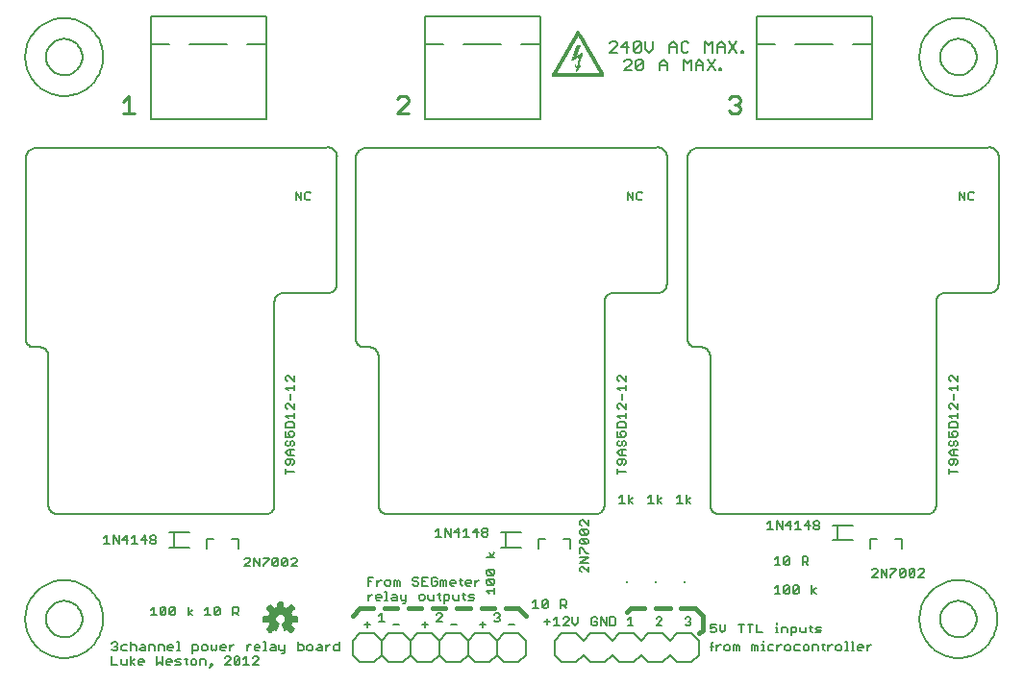
<source format=gto>
G75*
G70*
%OFA0B0*%
%FSLAX24Y24*%
%IPPOS*%
%LPD*%
%AMOC8*
5,1,8,0,0,1.08239X$1,22.5*
%
%ADD10C,0.0060*%
%ADD11C,0.0160*%
%ADD12R,0.1716X0.0003*%
%ADD13R,0.1740X0.0003*%
%ADD14R,0.1752X0.0003*%
%ADD15R,0.1758X0.0003*%
%ADD16R,0.1770X0.0003*%
%ADD17R,0.1776X0.0003*%
%ADD18R,0.1782X0.0003*%
%ADD19R,0.1788X0.0003*%
%ADD20R,0.1794X0.0003*%
%ADD21R,0.1800X0.0003*%
%ADD22R,0.1779X0.0003*%
%ADD23R,0.1764X0.0003*%
%ADD24R,0.0111X0.0003*%
%ADD25R,0.0114X0.0003*%
%ADD26R,0.0111X0.0003*%
%ADD27R,0.0114X0.0003*%
%ADD28R,0.0006X0.0003*%
%ADD29R,0.0009X0.0003*%
%ADD30R,0.0012X0.0003*%
%ADD31R,0.0015X0.0003*%
%ADD32R,0.0018X0.0003*%
%ADD33R,0.0024X0.0003*%
%ADD34R,0.0027X0.0003*%
%ADD35R,0.0030X0.0003*%
%ADD36R,0.0033X0.0003*%
%ADD37R,0.0039X0.0003*%
%ADD38R,0.0042X0.0003*%
%ADD39R,0.0045X0.0003*%
%ADD40R,0.0048X0.0003*%
%ADD41R,0.0051X0.0003*%
%ADD42R,0.0057X0.0003*%
%ADD43R,0.0060X0.0003*%
%ADD44R,0.0063X0.0003*%
%ADD45R,0.0066X0.0003*%
%ADD46R,0.0072X0.0003*%
%ADD47R,0.0075X0.0003*%
%ADD48R,0.0078X0.0003*%
%ADD49R,0.0081X0.0003*%
%ADD50R,0.0087X0.0003*%
%ADD51R,0.0090X0.0003*%
%ADD52R,0.0093X0.0003*%
%ADD53R,0.0096X0.0003*%
%ADD54R,0.0099X0.0003*%
%ADD55R,0.0102X0.0003*%
%ADD56R,0.0105X0.0003*%
%ADD57R,0.0108X0.0003*%
%ADD58R,0.0120X0.0003*%
%ADD59R,0.0123X0.0003*%
%ADD60R,0.0126X0.0003*%
%ADD61R,0.0129X0.0003*%
%ADD62R,0.0036X0.0003*%
%ADD63R,0.0024X0.0003*%
%ADD64R,0.0021X0.0003*%
%ADD65R,0.0021X0.0003*%
%ADD66R,0.0069X0.0003*%
%ADD67R,0.0078X0.0003*%
%ADD68R,0.0084X0.0003*%
%ADD69R,0.0081X0.0003*%
%ADD70R,0.0084X0.0003*%
%ADD71R,0.0108X0.0003*%
%ADD72R,0.0087X0.0003*%
%ADD73R,0.0054X0.0003*%
%ADD74R,0.0117X0.0003*%
%ADD75R,0.0132X0.0003*%
%ADD76R,0.0138X0.0003*%
%ADD77R,0.0144X0.0003*%
%ADD78R,0.0150X0.0003*%
%ADD79R,0.0153X0.0003*%
%ADD80R,0.0159X0.0003*%
%ADD81R,0.0165X0.0003*%
%ADD82R,0.0168X0.0003*%
%ADD83R,0.0174X0.0003*%
%ADD84R,0.0180X0.0003*%
%ADD85R,0.0183X0.0003*%
%ADD86R,0.0294X0.0003*%
%ADD87R,0.0291X0.0003*%
%ADD88R,0.0294X0.0003*%
%ADD89R,0.0198X0.0003*%
%ADD90R,0.0192X0.0003*%
%ADD91R,0.0189X0.0003*%
%ADD92R,0.0186X0.0003*%
%ADD93R,0.0174X0.0003*%
%ADD94R,0.0171X0.0003*%
%ADD95R,0.0162X0.0003*%
%ADD96R,0.0156X0.0003*%
%ADD97R,0.0147X0.0003*%
%ADD98R,0.0141X0.0003*%
%ADD99R,0.0135X0.0003*%
%ADD100R,0.0054X0.0003*%
%ADD101R,0.0003X0.0003*%
%ADD102R,0.0141X0.0003*%
%ADD103R,0.0138X0.0003*%
%ADD104R,0.0144X0.0003*%
%ADD105R,0.0003X0.0114*%
%ADD106R,0.0222X0.0003*%
%ADD107R,0.0216X0.0003*%
%ADD108R,0.0210X0.0003*%
%ADD109R,0.0204X0.0003*%
%ADD110C,0.0070*%
%ADD111C,0.0110*%
%ADD112C,0.0080*%
%ADD113R,0.0079X0.0079*%
%ADD114C,0.0059*%
D10*
X001376Y002726D02*
X001378Y002799D01*
X001384Y002872D01*
X001394Y002944D01*
X001408Y003016D01*
X001425Y003087D01*
X001447Y003157D01*
X001472Y003226D01*
X001501Y003293D01*
X001533Y003358D01*
X001569Y003422D01*
X001609Y003484D01*
X001651Y003543D01*
X001697Y003600D01*
X001746Y003654D01*
X001798Y003706D01*
X001852Y003755D01*
X001909Y003801D01*
X001968Y003843D01*
X002030Y003883D01*
X002094Y003919D01*
X002159Y003951D01*
X002226Y003980D01*
X002295Y004005D01*
X002365Y004027D01*
X002436Y004044D01*
X002508Y004058D01*
X002580Y004068D01*
X002653Y004074D01*
X002726Y004076D01*
X002799Y004074D01*
X002872Y004068D01*
X002944Y004058D01*
X003016Y004044D01*
X003087Y004027D01*
X003157Y004005D01*
X003226Y003980D01*
X003293Y003951D01*
X003358Y003919D01*
X003422Y003883D01*
X003484Y003843D01*
X003543Y003801D01*
X003600Y003755D01*
X003654Y003706D01*
X003706Y003654D01*
X003755Y003600D01*
X003801Y003543D01*
X003843Y003484D01*
X003883Y003422D01*
X003919Y003358D01*
X003951Y003293D01*
X003980Y003226D01*
X004005Y003157D01*
X004027Y003087D01*
X004044Y003016D01*
X004058Y002944D01*
X004068Y002872D01*
X004074Y002799D01*
X004076Y002726D01*
X004074Y002653D01*
X004068Y002580D01*
X004058Y002508D01*
X004044Y002436D01*
X004027Y002365D01*
X004005Y002295D01*
X003980Y002226D01*
X003951Y002159D01*
X003919Y002094D01*
X003883Y002030D01*
X003843Y001968D01*
X003801Y001909D01*
X003755Y001852D01*
X003706Y001798D01*
X003654Y001746D01*
X003600Y001697D01*
X003543Y001651D01*
X003484Y001609D01*
X003422Y001569D01*
X003358Y001533D01*
X003293Y001501D01*
X003226Y001472D01*
X003157Y001447D01*
X003087Y001425D01*
X003016Y001408D01*
X002944Y001394D01*
X002872Y001384D01*
X002799Y001378D01*
X002726Y001376D01*
X002653Y001378D01*
X002580Y001384D01*
X002508Y001394D01*
X002436Y001408D01*
X002365Y001425D01*
X002295Y001447D01*
X002226Y001472D01*
X002159Y001501D01*
X002094Y001533D01*
X002030Y001569D01*
X001968Y001609D01*
X001909Y001651D01*
X001852Y001697D01*
X001798Y001746D01*
X001746Y001798D01*
X001697Y001852D01*
X001651Y001909D01*
X001609Y001968D01*
X001569Y002030D01*
X001533Y002094D01*
X001501Y002159D01*
X001472Y002226D01*
X001447Y002295D01*
X001425Y002365D01*
X001408Y002436D01*
X001394Y002508D01*
X001384Y002580D01*
X001378Y002653D01*
X001376Y002726D01*
X004381Y001873D02*
X004429Y001921D01*
X004526Y001921D01*
X004574Y001873D01*
X004574Y001824D01*
X004526Y001776D01*
X004574Y001727D01*
X004574Y001679D01*
X004526Y001631D01*
X004429Y001631D01*
X004381Y001679D01*
X004477Y001776D02*
X004526Y001776D01*
X004703Y001776D02*
X004703Y001679D01*
X004751Y001631D01*
X004896Y001631D01*
X005025Y001631D02*
X005025Y001921D01*
X005074Y001824D02*
X005170Y001824D01*
X005219Y001776D01*
X005219Y001631D01*
X005347Y001679D02*
X005396Y001727D01*
X005541Y001727D01*
X005541Y001776D02*
X005541Y001631D01*
X005396Y001631D01*
X005347Y001679D01*
X005396Y001824D02*
X005493Y001824D01*
X005541Y001776D01*
X005670Y001824D02*
X005815Y001824D01*
X005863Y001776D01*
X005863Y001631D01*
X005992Y001631D02*
X005992Y001824D01*
X006137Y001824D01*
X006185Y001776D01*
X006185Y001631D01*
X006314Y001679D02*
X006314Y001776D01*
X006362Y001824D01*
X006459Y001824D01*
X006508Y001776D01*
X006508Y001727D01*
X006314Y001727D01*
X006314Y001679D02*
X006362Y001631D01*
X006459Y001631D01*
X006636Y001631D02*
X006733Y001631D01*
X006685Y001631D02*
X006685Y001921D01*
X006636Y001921D01*
X007173Y001824D02*
X007173Y001534D01*
X007173Y001631D02*
X007319Y001631D01*
X007367Y001679D01*
X007367Y001776D01*
X007319Y001824D01*
X007173Y001824D01*
X007496Y001776D02*
X007496Y001679D01*
X007544Y001631D01*
X007641Y001631D01*
X007689Y001679D01*
X007689Y001776D01*
X007641Y001824D01*
X007544Y001824D01*
X007496Y001776D01*
X007818Y001824D02*
X007818Y001679D01*
X007866Y001631D01*
X007915Y001679D01*
X007963Y001631D01*
X008011Y001679D01*
X008011Y001824D01*
X008140Y001776D02*
X008140Y001679D01*
X008189Y001631D01*
X008285Y001631D01*
X008334Y001727D02*
X008140Y001727D01*
X008140Y001776D02*
X008189Y001824D01*
X008285Y001824D01*
X008334Y001776D01*
X008334Y001727D01*
X008462Y001727D02*
X008559Y001824D01*
X008608Y001824D01*
X008462Y001824D02*
X008462Y001631D01*
X008446Y001421D02*
X008350Y001421D01*
X008301Y001373D01*
X008446Y001421D02*
X008495Y001373D01*
X008495Y001324D01*
X008301Y001131D01*
X008495Y001131D01*
X008624Y001179D02*
X008817Y001373D01*
X008817Y001179D01*
X008769Y001131D01*
X008672Y001131D01*
X008624Y001179D01*
X008624Y001373D01*
X008672Y001421D01*
X008769Y001421D01*
X008817Y001373D01*
X008946Y001324D02*
X009043Y001421D01*
X009043Y001131D01*
X009139Y001131D02*
X008946Y001131D01*
X009268Y001131D02*
X009462Y001324D01*
X009462Y001373D01*
X009413Y001421D01*
X009316Y001421D01*
X009268Y001373D01*
X009268Y001131D02*
X009462Y001131D01*
X009467Y001631D02*
X009370Y001631D01*
X009322Y001679D01*
X009322Y001776D01*
X009370Y001824D01*
X009467Y001824D01*
X009515Y001776D01*
X009515Y001727D01*
X009322Y001727D01*
X009198Y001824D02*
X009150Y001824D01*
X009053Y001727D01*
X009053Y001631D02*
X009053Y001824D01*
X009644Y001921D02*
X009692Y001921D01*
X009692Y001631D01*
X009644Y001631D02*
X009741Y001631D01*
X009859Y001679D02*
X009907Y001727D01*
X010052Y001727D01*
X010052Y001776D02*
X010052Y001631D01*
X009907Y001631D01*
X009859Y001679D01*
X009907Y001824D02*
X010004Y001824D01*
X010052Y001776D01*
X010181Y001824D02*
X010181Y001679D01*
X010229Y001631D01*
X010375Y001631D01*
X010375Y001582D02*
X010326Y001534D01*
X010278Y001534D01*
X010375Y001582D02*
X010375Y001824D01*
X010826Y001824D02*
X010971Y001824D01*
X011019Y001776D01*
X011019Y001679D01*
X010971Y001631D01*
X010826Y001631D01*
X010826Y001921D01*
X011148Y001776D02*
X011148Y001679D01*
X011196Y001631D01*
X011293Y001631D01*
X011341Y001679D01*
X011341Y001776D01*
X011293Y001824D01*
X011196Y001824D01*
X011148Y001776D01*
X011470Y001679D02*
X011518Y001727D01*
X011664Y001727D01*
X011664Y001776D02*
X011664Y001631D01*
X011518Y001631D01*
X011470Y001679D01*
X011518Y001824D02*
X011615Y001824D01*
X011664Y001776D01*
X011792Y001824D02*
X011792Y001631D01*
X011792Y001727D02*
X011889Y001824D01*
X011937Y001824D01*
X012061Y001776D02*
X012061Y001679D01*
X012109Y001631D01*
X012254Y001631D01*
X012254Y001921D01*
X012254Y001824D02*
X012109Y001824D01*
X012061Y001776D01*
X012726Y001976D02*
X012726Y001476D01*
X012976Y001226D01*
X013476Y001226D01*
X013726Y001476D01*
X013976Y001226D01*
X014476Y001226D01*
X014726Y001476D01*
X014726Y001976D01*
X014476Y002226D01*
X013976Y002226D01*
X013726Y001976D01*
X013726Y001476D01*
X013726Y001976D02*
X013476Y002226D01*
X012976Y002226D01*
X012726Y001976D01*
X013227Y002429D02*
X013227Y002623D01*
X013131Y002526D02*
X013324Y002526D01*
X013631Y002631D02*
X013824Y002631D01*
X013727Y002631D02*
X013727Y002921D01*
X013631Y002824D01*
X014131Y002526D02*
X014324Y002526D01*
X014726Y001976D02*
X014976Y002226D01*
X015476Y002226D01*
X015726Y001976D01*
X015976Y002226D01*
X016476Y002226D01*
X016726Y001976D01*
X016976Y002226D01*
X017476Y002226D01*
X017726Y001976D01*
X017976Y002226D01*
X018476Y002226D01*
X018726Y001976D01*
X018726Y001476D01*
X018476Y001226D01*
X017976Y001226D01*
X017726Y001476D01*
X017476Y001226D01*
X016976Y001226D01*
X016726Y001476D01*
X016476Y001226D01*
X015976Y001226D01*
X015726Y001476D01*
X015476Y001226D01*
X014976Y001226D01*
X014726Y001476D01*
X015726Y001476D02*
X015726Y001976D01*
X015631Y002631D02*
X015824Y002824D01*
X015824Y002873D01*
X015776Y002921D01*
X015679Y002921D01*
X015631Y002873D01*
X015631Y002631D02*
X015824Y002631D01*
X016131Y002526D02*
X016324Y002526D01*
X016726Y001976D02*
X016726Y001476D01*
X017726Y001476D02*
X017726Y001976D01*
X017227Y002429D02*
X017227Y002623D01*
X017131Y002526D02*
X017324Y002526D01*
X017631Y002679D02*
X017679Y002631D01*
X017776Y002631D01*
X017824Y002679D01*
X017824Y002727D01*
X017776Y002776D01*
X017727Y002776D01*
X017776Y002776D02*
X017824Y002824D01*
X017824Y002873D01*
X017776Y002921D01*
X017679Y002921D01*
X017631Y002873D01*
X018131Y002526D02*
X018324Y002526D01*
X018981Y003106D02*
X019174Y003106D01*
X019077Y003106D02*
X019077Y003396D01*
X018981Y003299D01*
X019303Y003348D02*
X019351Y003396D01*
X019448Y003396D01*
X019496Y003348D01*
X019303Y003154D01*
X019351Y003106D01*
X019448Y003106D01*
X019496Y003154D01*
X019496Y003348D01*
X019303Y003348D02*
X019303Y003154D01*
X019477Y002748D02*
X019477Y002554D01*
X019381Y002651D02*
X019574Y002651D01*
X019703Y002699D02*
X019800Y002796D01*
X019800Y002506D01*
X019896Y002506D02*
X019703Y002506D01*
X020025Y002506D02*
X020219Y002699D01*
X020219Y002748D01*
X020170Y002796D01*
X020074Y002796D01*
X020025Y002748D01*
X020025Y002506D02*
X020219Y002506D01*
X020347Y002602D02*
X020444Y002506D01*
X020541Y002602D01*
X020541Y002796D01*
X020347Y002796D02*
X020347Y002602D01*
X020476Y002226D02*
X019976Y002226D01*
X019726Y001976D01*
X019726Y001476D01*
X019976Y001226D01*
X020476Y001226D01*
X020726Y001476D01*
X020976Y001226D01*
X021476Y001226D01*
X021726Y001476D01*
X021976Y001226D01*
X022476Y001226D01*
X022726Y001476D01*
X022976Y001226D01*
X023476Y001226D01*
X023726Y001476D01*
X023976Y001226D01*
X024476Y001226D01*
X024726Y001476D01*
X024726Y001976D01*
X024476Y002226D01*
X023976Y002226D01*
X023726Y001976D01*
X023476Y002226D01*
X022976Y002226D01*
X022726Y001976D01*
X022476Y002226D01*
X021976Y002226D01*
X021726Y001976D01*
X021476Y002226D01*
X020976Y002226D01*
X020726Y001976D01*
X020476Y002226D01*
X021006Y002554D02*
X021054Y002506D01*
X021151Y002506D01*
X021199Y002554D01*
X021199Y002651D01*
X021102Y002651D01*
X021006Y002748D02*
X021006Y002554D01*
X021006Y002748D02*
X021054Y002796D01*
X021151Y002796D01*
X021199Y002748D01*
X021328Y002796D02*
X021521Y002506D01*
X021521Y002796D01*
X021650Y002796D02*
X021795Y002796D01*
X021844Y002748D01*
X021844Y002554D01*
X021795Y002506D01*
X021650Y002506D01*
X021650Y002796D01*
X021328Y002796D02*
X021328Y002506D01*
X022256Y002506D02*
X022449Y002506D01*
X022352Y002506D02*
X022352Y002796D01*
X022256Y002699D01*
X023256Y002748D02*
X023304Y002796D01*
X023401Y002796D01*
X023449Y002748D01*
X023449Y002699D01*
X023256Y002506D01*
X023449Y002506D01*
X024256Y002554D02*
X024304Y002506D01*
X024401Y002506D01*
X024449Y002554D01*
X024449Y002602D01*
X024401Y002651D01*
X024352Y002651D01*
X024401Y002651D02*
X024449Y002699D01*
X024449Y002748D01*
X024401Y002796D01*
X024304Y002796D01*
X024256Y002748D01*
X025131Y002546D02*
X025131Y002401D01*
X025227Y002449D01*
X025276Y002449D01*
X025324Y002401D01*
X025324Y002304D01*
X025276Y002256D01*
X025179Y002256D01*
X025131Y002304D01*
X025131Y002546D02*
X025324Y002546D01*
X025453Y002546D02*
X025453Y002352D01*
X025550Y002256D01*
X025646Y002352D01*
X025646Y002546D01*
X026097Y002546D02*
X026291Y002546D01*
X026194Y002546D02*
X026194Y002256D01*
X026516Y002256D02*
X026516Y002546D01*
X026420Y002546D02*
X026613Y002546D01*
X026742Y002546D02*
X026742Y002256D01*
X026935Y002256D01*
X026951Y001969D02*
X026951Y001921D01*
X026951Y001824D02*
X026951Y001631D01*
X026903Y001631D02*
X027000Y001631D01*
X027118Y001679D02*
X027166Y001631D01*
X027311Y001631D01*
X027440Y001631D02*
X027440Y001824D01*
X027440Y001727D02*
X027537Y001824D01*
X027585Y001824D01*
X027709Y001776D02*
X027709Y001679D01*
X027757Y001631D01*
X027854Y001631D01*
X027902Y001679D01*
X027902Y001776D01*
X027854Y001824D01*
X027757Y001824D01*
X027709Y001776D01*
X028031Y001776D02*
X028031Y001679D01*
X028079Y001631D01*
X028224Y001631D01*
X028353Y001679D02*
X028401Y001631D01*
X028498Y001631D01*
X028547Y001679D01*
X028547Y001776D01*
X028498Y001824D01*
X028401Y001824D01*
X028353Y001776D01*
X028353Y001679D01*
X028224Y001824D02*
X028079Y001824D01*
X028031Y001776D01*
X027923Y002159D02*
X027923Y002449D01*
X028069Y002449D01*
X028117Y002401D01*
X028117Y002304D01*
X028069Y002256D01*
X027923Y002256D01*
X027795Y002256D02*
X027795Y002401D01*
X027746Y002449D01*
X027601Y002449D01*
X027601Y002256D01*
X027483Y002256D02*
X027386Y002256D01*
X027435Y002256D02*
X027435Y002449D01*
X027386Y002449D01*
X027435Y002546D02*
X027435Y002594D01*
X028246Y002449D02*
X028246Y002304D01*
X028294Y002256D01*
X028439Y002256D01*
X028439Y002449D01*
X028568Y002449D02*
X028665Y002449D01*
X028616Y002498D02*
X028616Y002304D01*
X028665Y002256D01*
X028783Y002256D02*
X028928Y002256D01*
X028976Y002304D01*
X028928Y002352D01*
X028831Y002352D01*
X028783Y002401D01*
X028831Y002449D01*
X028976Y002449D01*
X029046Y001873D02*
X029046Y001679D01*
X029094Y001631D01*
X029212Y001631D02*
X029212Y001824D01*
X029212Y001727D02*
X029309Y001824D01*
X029358Y001824D01*
X029481Y001776D02*
X029481Y001679D01*
X029529Y001631D01*
X029626Y001631D01*
X029674Y001679D01*
X029674Y001776D01*
X029626Y001824D01*
X029529Y001824D01*
X029481Y001776D01*
X029803Y001921D02*
X029852Y001921D01*
X029852Y001631D01*
X029900Y001631D02*
X029803Y001631D01*
X030018Y001631D02*
X030115Y001631D01*
X030066Y001631D02*
X030066Y001921D01*
X030018Y001921D01*
X030233Y001776D02*
X030281Y001824D01*
X030378Y001824D01*
X030426Y001776D01*
X030426Y001727D01*
X030233Y001727D01*
X030233Y001679D02*
X030233Y001776D01*
X030233Y001679D02*
X030281Y001631D01*
X030378Y001631D01*
X030555Y001631D02*
X030555Y001824D01*
X030555Y001727D02*
X030652Y001824D01*
X030700Y001824D01*
X029094Y001824D02*
X028998Y001824D01*
X028869Y001776D02*
X028869Y001631D01*
X028869Y001776D02*
X028821Y001824D01*
X028675Y001824D01*
X028675Y001631D01*
X027311Y001824D02*
X027166Y001824D01*
X027118Y001776D01*
X027118Y001679D01*
X026951Y001824D02*
X026903Y001824D01*
X026774Y001776D02*
X026774Y001631D01*
X026678Y001631D02*
X026678Y001776D01*
X026726Y001824D01*
X026774Y001776D01*
X026678Y001776D02*
X026629Y001824D01*
X026581Y001824D01*
X026581Y001631D01*
X026130Y001631D02*
X026130Y001776D01*
X026081Y001824D01*
X026033Y001776D01*
X026033Y001631D01*
X025936Y001631D02*
X025936Y001824D01*
X025985Y001824D01*
X026033Y001776D01*
X025808Y001776D02*
X025808Y001679D01*
X025759Y001631D01*
X025662Y001631D01*
X025614Y001679D01*
X025614Y001776D01*
X025662Y001824D01*
X025759Y001824D01*
X025808Y001776D01*
X025491Y001824D02*
X025442Y001824D01*
X025346Y001727D01*
X025346Y001631D02*
X025346Y001824D01*
X025227Y001776D02*
X025131Y001776D01*
X025179Y001873D02*
X025179Y001631D01*
X025179Y001873D02*
X025227Y001921D01*
X027356Y003606D02*
X027549Y003606D01*
X027452Y003606D02*
X027452Y003896D01*
X027356Y003799D01*
X027678Y003848D02*
X027726Y003896D01*
X027823Y003896D01*
X027871Y003848D01*
X027678Y003654D01*
X027726Y003606D01*
X027823Y003606D01*
X027871Y003654D01*
X027871Y003848D01*
X028000Y003848D02*
X028049Y003896D01*
X028145Y003896D01*
X028194Y003848D01*
X028000Y003654D01*
X028049Y003606D01*
X028145Y003606D01*
X028194Y003654D01*
X028194Y003848D01*
X028000Y003848D02*
X028000Y003654D01*
X027678Y003654D02*
X027678Y003848D01*
X027726Y004606D02*
X027678Y004654D01*
X027871Y004848D01*
X027871Y004654D01*
X027823Y004606D01*
X027726Y004606D01*
X027678Y004654D02*
X027678Y004848D01*
X027726Y004896D01*
X027823Y004896D01*
X027871Y004848D01*
X027549Y004606D02*
X027356Y004606D01*
X027452Y004606D02*
X027452Y004896D01*
X027356Y004799D01*
X028322Y004702D02*
X028468Y004702D01*
X028516Y004751D01*
X028516Y004848D01*
X028468Y004896D01*
X028322Y004896D01*
X028322Y004606D01*
X028419Y004702D02*
X028516Y004606D01*
X028645Y003896D02*
X028645Y003606D01*
X028645Y003702D02*
X028790Y003606D01*
X028645Y003702D02*
X028790Y003799D01*
X030731Y004181D02*
X030924Y004374D01*
X030924Y004423D01*
X030876Y004471D01*
X030779Y004471D01*
X030731Y004423D01*
X030731Y004181D02*
X030924Y004181D01*
X031053Y004181D02*
X031053Y004471D01*
X031246Y004181D01*
X031246Y004471D01*
X031375Y004471D02*
X031569Y004471D01*
X031569Y004423D01*
X031375Y004229D01*
X031375Y004181D01*
X031697Y004229D02*
X031891Y004423D01*
X031891Y004229D01*
X031843Y004181D01*
X031746Y004181D01*
X031697Y004229D01*
X031697Y004423D01*
X031746Y004471D01*
X031843Y004471D01*
X031891Y004423D01*
X032020Y004423D02*
X032068Y004471D01*
X032165Y004471D01*
X032213Y004423D01*
X032020Y004229D01*
X032068Y004181D01*
X032165Y004181D01*
X032213Y004229D01*
X032213Y004423D01*
X032342Y004423D02*
X032390Y004471D01*
X032487Y004471D01*
X032535Y004423D01*
X032535Y004374D01*
X032342Y004181D01*
X032535Y004181D01*
X032020Y004229D02*
X032020Y004423D01*
X032376Y002726D02*
X032378Y002799D01*
X032384Y002872D01*
X032394Y002944D01*
X032408Y003016D01*
X032425Y003087D01*
X032447Y003157D01*
X032472Y003226D01*
X032501Y003293D01*
X032533Y003358D01*
X032569Y003422D01*
X032609Y003484D01*
X032651Y003543D01*
X032697Y003600D01*
X032746Y003654D01*
X032798Y003706D01*
X032852Y003755D01*
X032909Y003801D01*
X032968Y003843D01*
X033030Y003883D01*
X033094Y003919D01*
X033159Y003951D01*
X033226Y003980D01*
X033295Y004005D01*
X033365Y004027D01*
X033436Y004044D01*
X033508Y004058D01*
X033580Y004068D01*
X033653Y004074D01*
X033726Y004076D01*
X033799Y004074D01*
X033872Y004068D01*
X033944Y004058D01*
X034016Y004044D01*
X034087Y004027D01*
X034157Y004005D01*
X034226Y003980D01*
X034293Y003951D01*
X034358Y003919D01*
X034422Y003883D01*
X034484Y003843D01*
X034543Y003801D01*
X034600Y003755D01*
X034654Y003706D01*
X034706Y003654D01*
X034755Y003600D01*
X034801Y003543D01*
X034843Y003484D01*
X034883Y003422D01*
X034919Y003358D01*
X034951Y003293D01*
X034980Y003226D01*
X035005Y003157D01*
X035027Y003087D01*
X035044Y003016D01*
X035058Y002944D01*
X035068Y002872D01*
X035074Y002799D01*
X035076Y002726D01*
X035074Y002653D01*
X035068Y002580D01*
X035058Y002508D01*
X035044Y002436D01*
X035027Y002365D01*
X035005Y002295D01*
X034980Y002226D01*
X034951Y002159D01*
X034919Y002094D01*
X034883Y002030D01*
X034843Y001968D01*
X034801Y001909D01*
X034755Y001852D01*
X034706Y001798D01*
X034654Y001746D01*
X034600Y001697D01*
X034543Y001651D01*
X034484Y001609D01*
X034422Y001569D01*
X034358Y001533D01*
X034293Y001501D01*
X034226Y001472D01*
X034157Y001447D01*
X034087Y001425D01*
X034016Y001408D01*
X033944Y001394D01*
X033872Y001384D01*
X033799Y001378D01*
X033726Y001376D01*
X033653Y001378D01*
X033580Y001384D01*
X033508Y001394D01*
X033436Y001408D01*
X033365Y001425D01*
X033295Y001447D01*
X033226Y001472D01*
X033159Y001501D01*
X033094Y001533D01*
X033030Y001569D01*
X032968Y001609D01*
X032909Y001651D01*
X032852Y001697D01*
X032798Y001746D01*
X032746Y001798D01*
X032697Y001852D01*
X032651Y001909D01*
X032609Y001968D01*
X032569Y002030D01*
X032533Y002094D01*
X032501Y002159D01*
X032472Y002226D01*
X032447Y002295D01*
X032425Y002365D01*
X032408Y002436D01*
X032394Y002508D01*
X032384Y002580D01*
X032378Y002653D01*
X032376Y002726D01*
X028910Y005879D02*
X028862Y005831D01*
X028765Y005831D01*
X028717Y005879D01*
X028717Y005927D01*
X028765Y005976D01*
X028862Y005976D01*
X028910Y005927D01*
X028910Y005879D01*
X028862Y005976D02*
X028910Y006024D01*
X028910Y006073D01*
X028862Y006121D01*
X028765Y006121D01*
X028717Y006073D01*
X028717Y006024D01*
X028765Y005976D01*
X028588Y005976D02*
X028395Y005976D01*
X028540Y006121D01*
X028540Y005831D01*
X028266Y005831D02*
X028072Y005831D01*
X028169Y005831D02*
X028169Y006121D01*
X028072Y006024D01*
X027944Y005976D02*
X027750Y005976D01*
X027895Y006121D01*
X027895Y005831D01*
X027621Y005831D02*
X027621Y006121D01*
X027428Y006121D02*
X027621Y005831D01*
X027428Y005831D02*
X027428Y006121D01*
X027202Y006121D02*
X027106Y006024D01*
X027202Y006121D02*
X027202Y005831D01*
X027106Y005831D02*
X027299Y005831D01*
X024448Y006731D02*
X024303Y006827D01*
X024448Y006924D01*
X024303Y007021D02*
X024303Y006731D01*
X024174Y006731D02*
X023981Y006731D01*
X024077Y006731D02*
X024077Y007021D01*
X023981Y006924D01*
X023448Y006924D02*
X023303Y006827D01*
X023448Y006731D01*
X023303Y006731D02*
X023303Y007021D01*
X023077Y007021D02*
X023077Y006731D01*
X022981Y006731D02*
X023174Y006731D01*
X022981Y006924D02*
X023077Y007021D01*
X022448Y006924D02*
X022303Y006827D01*
X022448Y006731D01*
X022303Y006731D02*
X022303Y007021D01*
X022077Y007021D02*
X022077Y006731D01*
X021981Y006731D02*
X022174Y006731D01*
X021981Y006924D02*
X022077Y007021D01*
X021905Y007756D02*
X021905Y007949D01*
X021905Y007852D02*
X022196Y007852D01*
X022147Y008078D02*
X022196Y008126D01*
X022196Y008223D01*
X022147Y008271D01*
X021954Y008271D01*
X021905Y008223D01*
X021905Y008126D01*
X021954Y008078D01*
X022002Y008078D01*
X022051Y008126D01*
X022051Y008271D01*
X022051Y008400D02*
X022051Y008594D01*
X022002Y008594D02*
X022196Y008594D01*
X022147Y008722D02*
X022196Y008771D01*
X022196Y008868D01*
X022147Y008916D01*
X022099Y008916D01*
X022051Y008868D01*
X022051Y008771D01*
X022002Y008722D01*
X021954Y008722D01*
X021905Y008771D01*
X021905Y008868D01*
X021954Y008916D01*
X021905Y009045D02*
X022051Y009045D01*
X022002Y009141D01*
X022002Y009190D01*
X022051Y009238D01*
X022147Y009238D01*
X022196Y009190D01*
X022196Y009093D01*
X022147Y009045D01*
X021905Y009045D02*
X021905Y009238D01*
X021905Y009367D02*
X021905Y009512D01*
X021954Y009560D01*
X022147Y009560D01*
X022196Y009512D01*
X022196Y009367D01*
X021905Y009367D01*
X022002Y009689D02*
X021905Y009786D01*
X022196Y009786D01*
X022196Y009689D02*
X022196Y009883D01*
X022196Y010011D02*
X022002Y010205D01*
X021954Y010205D01*
X021905Y010156D01*
X021905Y010060D01*
X021954Y010011D01*
X022196Y010011D02*
X022196Y010205D01*
X022051Y010334D02*
X022051Y010527D01*
X022002Y010656D02*
X021905Y010753D01*
X022196Y010753D01*
X022196Y010849D02*
X022196Y010656D01*
X022196Y010978D02*
X022002Y011172D01*
X021954Y011172D01*
X021905Y011123D01*
X021905Y011026D01*
X021954Y010978D01*
X022196Y010978D02*
X022196Y011172D01*
X022002Y008594D02*
X021905Y008497D01*
X022002Y008400D01*
X022196Y008400D01*
X020896Y006160D02*
X020896Y005967D01*
X020702Y006160D01*
X020654Y006160D01*
X020605Y006112D01*
X020605Y006015D01*
X020654Y005967D01*
X020654Y005838D02*
X020847Y005645D01*
X020896Y005693D01*
X020896Y005790D01*
X020847Y005838D01*
X020654Y005838D01*
X020605Y005790D01*
X020605Y005693D01*
X020654Y005645D01*
X020847Y005645D01*
X020847Y005516D02*
X020654Y005516D01*
X020847Y005322D01*
X020896Y005371D01*
X020896Y005468D01*
X020847Y005516D01*
X020654Y005516D02*
X020605Y005468D01*
X020605Y005371D01*
X020654Y005322D01*
X020847Y005322D01*
X020654Y005194D02*
X020847Y005000D01*
X020896Y005000D01*
X020896Y004871D02*
X020605Y004871D01*
X020605Y005000D02*
X020605Y005194D01*
X020654Y005194D01*
X020896Y004871D02*
X020605Y004678D01*
X020896Y004678D01*
X020896Y004549D02*
X020896Y004356D01*
X020702Y004549D01*
X020654Y004549D01*
X020605Y004501D01*
X020605Y004404D01*
X020654Y004356D01*
X020093Y003396D02*
X019947Y003396D01*
X019947Y003106D01*
X019947Y003202D02*
X020093Y003202D01*
X020141Y003251D01*
X020141Y003348D01*
X020093Y003396D01*
X020044Y003202D02*
X020141Y003106D01*
X017646Y003598D02*
X017646Y003791D01*
X017646Y003695D02*
X017355Y003695D01*
X017452Y003598D01*
X016940Y003574D02*
X016795Y003574D01*
X016747Y003526D01*
X016795Y003477D01*
X016892Y003477D01*
X016940Y003429D01*
X016892Y003381D01*
X016747Y003381D01*
X016629Y003381D02*
X016580Y003429D01*
X016580Y003623D01*
X016532Y003574D02*
X016629Y003574D01*
X016403Y003574D02*
X016403Y003381D01*
X016258Y003381D01*
X016210Y003429D01*
X016210Y003574D01*
X016081Y003526D02*
X016081Y003429D01*
X016032Y003381D01*
X015887Y003381D01*
X015887Y003284D02*
X015887Y003574D01*
X016032Y003574D01*
X016081Y003526D01*
X015769Y003574D02*
X015673Y003574D01*
X015721Y003623D02*
X015721Y003429D01*
X015769Y003381D01*
X015544Y003381D02*
X015544Y003574D01*
X015544Y003381D02*
X015399Y003381D01*
X015350Y003429D01*
X015350Y003574D01*
X015221Y003526D02*
X015173Y003574D01*
X015076Y003574D01*
X015028Y003526D01*
X015028Y003429D01*
X015076Y003381D01*
X015173Y003381D01*
X015221Y003429D01*
X015221Y003526D01*
X015135Y003881D02*
X015329Y003881D01*
X015458Y003929D02*
X015506Y003881D01*
X015603Y003881D01*
X015651Y003929D01*
X015651Y004026D01*
X015554Y004026D01*
X015458Y004123D02*
X015458Y003929D01*
X015458Y004123D02*
X015506Y004171D01*
X015603Y004171D01*
X015651Y004123D01*
X015780Y004074D02*
X015780Y003881D01*
X015877Y003881D02*
X015877Y004026D01*
X015925Y004074D01*
X015973Y004026D01*
X015973Y003881D01*
X016102Y003929D02*
X016102Y004026D01*
X016151Y004074D01*
X016247Y004074D01*
X016296Y004026D01*
X016296Y003977D01*
X016102Y003977D01*
X016102Y003929D02*
X016151Y003881D01*
X016247Y003881D01*
X016473Y003929D02*
X016521Y003881D01*
X016473Y003929D02*
X016473Y004123D01*
X016521Y004074D02*
X016424Y004074D01*
X016639Y004026D02*
X016688Y004074D01*
X016784Y004074D01*
X016833Y004026D01*
X016833Y003977D01*
X016639Y003977D01*
X016639Y003929D02*
X016639Y004026D01*
X016639Y003929D02*
X016688Y003881D01*
X016784Y003881D01*
X016961Y003881D02*
X016961Y004074D01*
X016961Y003977D02*
X017058Y004074D01*
X017107Y004074D01*
X017355Y004065D02*
X017404Y004114D01*
X017597Y003920D01*
X017646Y003969D01*
X017646Y004065D01*
X017597Y004114D01*
X017404Y004114D01*
X017355Y004065D02*
X017355Y003969D01*
X017404Y003920D01*
X017597Y003920D01*
X017597Y004243D02*
X017404Y004243D01*
X017355Y004291D01*
X017355Y004388D01*
X017404Y004436D01*
X017597Y004243D01*
X017646Y004291D01*
X017646Y004388D01*
X017597Y004436D01*
X017404Y004436D01*
X017355Y004887D02*
X017646Y004887D01*
X017549Y004887D02*
X017452Y005032D01*
X017549Y004887D02*
X017646Y005032D01*
X017362Y005581D02*
X017265Y005581D01*
X017217Y005629D01*
X017217Y005677D01*
X017265Y005726D01*
X017362Y005726D01*
X017410Y005677D01*
X017410Y005629D01*
X017362Y005581D01*
X017362Y005726D02*
X017410Y005774D01*
X017410Y005823D01*
X017362Y005871D01*
X017265Y005871D01*
X017217Y005823D01*
X017217Y005774D01*
X017265Y005726D01*
X017088Y005726D02*
X016895Y005726D01*
X017040Y005871D01*
X017040Y005581D01*
X016766Y005581D02*
X016572Y005581D01*
X016669Y005581D02*
X016669Y005871D01*
X016572Y005774D01*
X016444Y005726D02*
X016250Y005726D01*
X016395Y005871D01*
X016395Y005581D01*
X016121Y005581D02*
X016121Y005871D01*
X015928Y005871D02*
X016121Y005581D01*
X015928Y005581D02*
X015928Y005871D01*
X015702Y005871D02*
X015702Y005581D01*
X015606Y005581D02*
X015799Y005581D01*
X015606Y005774D02*
X015702Y005871D01*
X015329Y004171D02*
X015135Y004171D01*
X015135Y003881D01*
X015007Y003929D02*
X014958Y003881D01*
X014862Y003881D01*
X014813Y003929D01*
X014862Y004026D02*
X014958Y004026D01*
X015007Y003977D01*
X015007Y003929D01*
X015135Y004026D02*
X015232Y004026D01*
X015007Y004123D02*
X014958Y004171D01*
X014862Y004171D01*
X014813Y004123D01*
X014813Y004074D01*
X014862Y004026D01*
X014362Y004026D02*
X014362Y003881D01*
X014265Y003881D02*
X014265Y004026D01*
X014314Y004074D01*
X014362Y004026D01*
X014265Y004026D02*
X014217Y004074D01*
X014169Y004074D01*
X014169Y003881D01*
X014040Y003929D02*
X013992Y003881D01*
X013895Y003881D01*
X013846Y003929D01*
X013846Y004026D01*
X013895Y004074D01*
X013992Y004074D01*
X014040Y004026D01*
X014040Y003929D01*
X013895Y003671D02*
X013846Y003671D01*
X013895Y003671D02*
X013895Y003381D01*
X013943Y003381D02*
X013846Y003381D01*
X013718Y003477D02*
X013524Y003477D01*
X013524Y003429D02*
X013524Y003526D01*
X013573Y003574D01*
X013669Y003574D01*
X013718Y003526D01*
X013718Y003477D01*
X013669Y003381D02*
X013573Y003381D01*
X013524Y003429D01*
X013401Y003574D02*
X013352Y003574D01*
X013256Y003477D01*
X013256Y003381D02*
X013256Y003574D01*
X013256Y003881D02*
X013256Y004171D01*
X013449Y004171D01*
X013578Y004074D02*
X013578Y003881D01*
X013578Y003977D02*
X013675Y004074D01*
X013723Y004074D01*
X013352Y004026D02*
X013256Y004026D01*
X014110Y003574D02*
X014206Y003574D01*
X014255Y003526D01*
X014255Y003381D01*
X014110Y003381D01*
X014061Y003429D01*
X014110Y003477D01*
X014255Y003477D01*
X014384Y003429D02*
X014432Y003381D01*
X014577Y003381D01*
X014577Y003332D02*
X014529Y003284D01*
X014480Y003284D01*
X014577Y003332D02*
X014577Y003574D01*
X014384Y003574D02*
X014384Y003429D01*
X015227Y002623D02*
X015227Y002429D01*
X015131Y002526D02*
X015324Y002526D01*
X015877Y004026D02*
X015828Y004074D01*
X015780Y004074D01*
X010785Y004556D02*
X010592Y004556D01*
X010785Y004749D01*
X010785Y004798D01*
X010737Y004846D01*
X010640Y004846D01*
X010592Y004798D01*
X010463Y004798D02*
X010270Y004604D01*
X010318Y004556D01*
X010415Y004556D01*
X010463Y004604D01*
X010463Y004798D01*
X010415Y004846D01*
X010318Y004846D01*
X010270Y004798D01*
X010270Y004604D01*
X010141Y004604D02*
X010141Y004798D01*
X009947Y004604D01*
X009996Y004556D01*
X010093Y004556D01*
X010141Y004604D01*
X010141Y004798D02*
X010093Y004846D01*
X009996Y004846D01*
X009947Y004798D01*
X009947Y004604D01*
X009819Y004798D02*
X009625Y004604D01*
X009625Y004556D01*
X009496Y004556D02*
X009496Y004846D01*
X009625Y004846D02*
X009819Y004846D01*
X009819Y004798D01*
X009496Y004556D02*
X009303Y004846D01*
X009303Y004556D01*
X009174Y004556D02*
X008981Y004556D01*
X009174Y004749D01*
X009174Y004798D01*
X009126Y004846D01*
X009029Y004846D01*
X008981Y004798D01*
X008718Y003146D02*
X008766Y003098D01*
X008766Y003001D01*
X008718Y002952D01*
X008572Y002952D01*
X008572Y002856D02*
X008572Y003146D01*
X008718Y003146D01*
X008669Y002952D02*
X008766Y002856D01*
X008121Y002904D02*
X008073Y002856D01*
X007976Y002856D01*
X007928Y002904D01*
X008121Y003098D01*
X008121Y002904D01*
X007928Y002904D02*
X007928Y003098D01*
X007976Y003146D01*
X008073Y003146D01*
X008121Y003098D01*
X007799Y002856D02*
X007606Y002856D01*
X007702Y002856D02*
X007702Y003146D01*
X007606Y003049D01*
X007165Y003049D02*
X007020Y002952D01*
X007165Y002856D01*
X007020Y002856D02*
X007020Y003146D01*
X006569Y003098D02*
X006569Y002904D01*
X006520Y002856D01*
X006424Y002856D01*
X006375Y002904D01*
X006569Y003098D01*
X006520Y003146D01*
X006424Y003146D01*
X006375Y003098D01*
X006375Y002904D01*
X006246Y002904D02*
X006198Y002856D01*
X006101Y002856D01*
X006053Y002904D01*
X006246Y003098D01*
X006246Y002904D01*
X006053Y002904D02*
X006053Y003098D01*
X006101Y003146D01*
X006198Y003146D01*
X006246Y003098D01*
X005924Y002856D02*
X005731Y002856D01*
X005827Y002856D02*
X005827Y003146D01*
X005731Y003049D01*
X005670Y001824D02*
X005670Y001631D01*
X005938Y001421D02*
X005938Y001131D01*
X006035Y001227D01*
X006132Y001131D01*
X006132Y001421D01*
X006260Y001276D02*
X006260Y001179D01*
X006309Y001131D01*
X006406Y001131D01*
X006454Y001227D02*
X006260Y001227D01*
X006260Y001276D02*
X006309Y001324D01*
X006406Y001324D01*
X006454Y001276D01*
X006454Y001227D01*
X006583Y001276D02*
X006631Y001324D01*
X006776Y001324D01*
X006728Y001227D02*
X006631Y001227D01*
X006583Y001276D01*
X006583Y001131D02*
X006728Y001131D01*
X006776Y001179D01*
X006728Y001227D01*
X006905Y001324D02*
X007002Y001324D01*
X006953Y001373D02*
X006953Y001179D01*
X007002Y001131D01*
X007120Y001179D02*
X007168Y001131D01*
X007265Y001131D01*
X007313Y001179D01*
X007313Y001276D01*
X007265Y001324D01*
X007168Y001324D01*
X007120Y001276D01*
X007120Y001179D01*
X007442Y001131D02*
X007442Y001324D01*
X007587Y001324D01*
X007635Y001276D01*
X007635Y001131D01*
X007764Y001034D02*
X007861Y001131D01*
X007813Y001131D01*
X007813Y001179D01*
X007861Y001179D01*
X007861Y001131D01*
X005487Y001227D02*
X005294Y001227D01*
X005294Y001179D02*
X005294Y001276D01*
X005342Y001324D01*
X005439Y001324D01*
X005487Y001276D01*
X005487Y001227D01*
X005439Y001131D02*
X005342Y001131D01*
X005294Y001179D01*
X005170Y001131D02*
X005025Y001227D01*
X005170Y001324D01*
X005025Y001421D02*
X005025Y001131D01*
X004896Y001131D02*
X004896Y001324D01*
X004703Y001324D02*
X004703Y001179D01*
X004751Y001131D01*
X004896Y001131D01*
X004574Y001131D02*
X004381Y001131D01*
X004381Y001421D01*
X004703Y001776D02*
X004751Y001824D01*
X004896Y001824D01*
X005025Y001776D02*
X005074Y001824D01*
X005072Y005331D02*
X005266Y005331D01*
X005169Y005331D02*
X005169Y005621D01*
X005072Y005524D01*
X004944Y005476D02*
X004750Y005476D01*
X004895Y005621D01*
X004895Y005331D01*
X004621Y005331D02*
X004621Y005621D01*
X004428Y005621D02*
X004621Y005331D01*
X004428Y005331D02*
X004428Y005621D01*
X004202Y005621D02*
X004106Y005524D01*
X004202Y005621D02*
X004202Y005331D01*
X004106Y005331D02*
X004299Y005331D01*
X005395Y005476D02*
X005588Y005476D01*
X005717Y005524D02*
X005717Y005573D01*
X005765Y005621D01*
X005862Y005621D01*
X005910Y005573D01*
X005910Y005524D01*
X005862Y005476D01*
X005765Y005476D01*
X005717Y005524D01*
X005765Y005476D02*
X005717Y005427D01*
X005717Y005379D01*
X005765Y005331D01*
X005862Y005331D01*
X005910Y005379D01*
X005910Y005427D01*
X005862Y005476D01*
X005540Y005331D02*
X005540Y005621D01*
X005395Y005476D01*
X010405Y007756D02*
X010405Y007949D01*
X010405Y007852D02*
X010696Y007852D01*
X010647Y008078D02*
X010696Y008126D01*
X010696Y008223D01*
X010647Y008271D01*
X010454Y008271D01*
X010405Y008223D01*
X010405Y008126D01*
X010454Y008078D01*
X010502Y008078D01*
X010551Y008126D01*
X010551Y008271D01*
X010551Y008400D02*
X010551Y008594D01*
X010502Y008594D02*
X010696Y008594D01*
X010647Y008722D02*
X010696Y008771D01*
X010696Y008868D01*
X010647Y008916D01*
X010599Y008916D01*
X010551Y008868D01*
X010551Y008771D01*
X010502Y008722D01*
X010454Y008722D01*
X010405Y008771D01*
X010405Y008868D01*
X010454Y008916D01*
X010405Y009045D02*
X010551Y009045D01*
X010502Y009141D01*
X010502Y009190D01*
X010551Y009238D01*
X010647Y009238D01*
X010696Y009190D01*
X010696Y009093D01*
X010647Y009045D01*
X010405Y009045D02*
X010405Y009238D01*
X010405Y009367D02*
X010405Y009512D01*
X010454Y009560D01*
X010647Y009560D01*
X010696Y009512D01*
X010696Y009367D01*
X010405Y009367D01*
X010502Y009689D02*
X010405Y009786D01*
X010696Y009786D01*
X010696Y009689D02*
X010696Y009883D01*
X010696Y010011D02*
X010502Y010205D01*
X010454Y010205D01*
X010405Y010156D01*
X010405Y010060D01*
X010454Y010011D01*
X010696Y010011D02*
X010696Y010205D01*
X010551Y010334D02*
X010551Y010527D01*
X010502Y010656D02*
X010405Y010753D01*
X010696Y010753D01*
X010696Y010849D02*
X010696Y010656D01*
X010696Y010978D02*
X010502Y011172D01*
X010454Y011172D01*
X010405Y011123D01*
X010405Y011026D01*
X010454Y010978D01*
X010696Y010978D02*
X010696Y011172D01*
X010502Y008594D02*
X010405Y008497D01*
X010502Y008400D01*
X010696Y008400D01*
X010756Y017256D02*
X010756Y017546D01*
X010949Y017256D01*
X010949Y017546D01*
X011078Y017498D02*
X011126Y017546D01*
X011223Y017546D01*
X011271Y017498D01*
X011078Y017498D02*
X011078Y017304D01*
X011126Y017256D01*
X011223Y017256D01*
X011271Y017304D01*
X009726Y020076D02*
X009726Y022676D01*
X009726Y023626D01*
X005726Y023626D01*
X005726Y022676D01*
X005726Y020076D01*
X009726Y020076D01*
X009726Y022676D02*
X009076Y022676D01*
X008376Y022676D02*
X007076Y022676D01*
X006376Y022676D02*
X005726Y022676D01*
X001376Y022226D02*
X001378Y022299D01*
X001384Y022372D01*
X001394Y022444D01*
X001408Y022516D01*
X001425Y022587D01*
X001447Y022657D01*
X001472Y022726D01*
X001501Y022793D01*
X001533Y022858D01*
X001569Y022922D01*
X001609Y022984D01*
X001651Y023043D01*
X001697Y023100D01*
X001746Y023154D01*
X001798Y023206D01*
X001852Y023255D01*
X001909Y023301D01*
X001968Y023343D01*
X002030Y023383D01*
X002094Y023419D01*
X002159Y023451D01*
X002226Y023480D01*
X002295Y023505D01*
X002365Y023527D01*
X002436Y023544D01*
X002508Y023558D01*
X002580Y023568D01*
X002653Y023574D01*
X002726Y023576D01*
X002799Y023574D01*
X002872Y023568D01*
X002944Y023558D01*
X003016Y023544D01*
X003087Y023527D01*
X003157Y023505D01*
X003226Y023480D01*
X003293Y023451D01*
X003358Y023419D01*
X003422Y023383D01*
X003484Y023343D01*
X003543Y023301D01*
X003600Y023255D01*
X003654Y023206D01*
X003706Y023154D01*
X003755Y023100D01*
X003801Y023043D01*
X003843Y022984D01*
X003883Y022922D01*
X003919Y022858D01*
X003951Y022793D01*
X003980Y022726D01*
X004005Y022657D01*
X004027Y022587D01*
X004044Y022516D01*
X004058Y022444D01*
X004068Y022372D01*
X004074Y022299D01*
X004076Y022226D01*
X004074Y022153D01*
X004068Y022080D01*
X004058Y022008D01*
X004044Y021936D01*
X004027Y021865D01*
X004005Y021795D01*
X003980Y021726D01*
X003951Y021659D01*
X003919Y021594D01*
X003883Y021530D01*
X003843Y021468D01*
X003801Y021409D01*
X003755Y021352D01*
X003706Y021298D01*
X003654Y021246D01*
X003600Y021197D01*
X003543Y021151D01*
X003484Y021109D01*
X003422Y021069D01*
X003358Y021033D01*
X003293Y021001D01*
X003226Y020972D01*
X003157Y020947D01*
X003087Y020925D01*
X003016Y020908D01*
X002944Y020894D01*
X002872Y020884D01*
X002799Y020878D01*
X002726Y020876D01*
X002653Y020878D01*
X002580Y020884D01*
X002508Y020894D01*
X002436Y020908D01*
X002365Y020925D01*
X002295Y020947D01*
X002226Y020972D01*
X002159Y021001D01*
X002094Y021033D01*
X002030Y021069D01*
X001968Y021109D01*
X001909Y021151D01*
X001852Y021197D01*
X001798Y021246D01*
X001746Y021298D01*
X001697Y021352D01*
X001651Y021409D01*
X001609Y021468D01*
X001569Y021530D01*
X001533Y021594D01*
X001501Y021659D01*
X001472Y021726D01*
X001447Y021795D01*
X001425Y021865D01*
X001408Y021936D01*
X001394Y022008D01*
X001384Y022080D01*
X001378Y022153D01*
X001376Y022226D01*
X015226Y022676D02*
X015226Y020076D01*
X019226Y020076D01*
X019226Y022676D01*
X019226Y023626D01*
X015226Y023626D01*
X015226Y022676D01*
X015876Y022676D01*
X016576Y022676D02*
X017876Y022676D01*
X018576Y022676D02*
X019226Y022676D01*
X022256Y017546D02*
X022449Y017256D01*
X022449Y017546D01*
X022578Y017498D02*
X022578Y017304D01*
X022626Y017256D01*
X022723Y017256D01*
X022771Y017304D01*
X022771Y017498D02*
X022723Y017546D01*
X022626Y017546D01*
X022578Y017498D01*
X022256Y017546D02*
X022256Y017256D01*
X026726Y020076D02*
X026726Y022676D01*
X027376Y022676D01*
X026726Y022676D02*
X026726Y023626D01*
X030726Y023626D01*
X030726Y022676D01*
X030076Y022676D01*
X030726Y022676D02*
X030726Y020076D01*
X026726Y020076D01*
X028076Y022676D02*
X029376Y022676D01*
X032376Y022226D02*
X032378Y022299D01*
X032384Y022372D01*
X032394Y022444D01*
X032408Y022516D01*
X032425Y022587D01*
X032447Y022657D01*
X032472Y022726D01*
X032501Y022793D01*
X032533Y022858D01*
X032569Y022922D01*
X032609Y022984D01*
X032651Y023043D01*
X032697Y023100D01*
X032746Y023154D01*
X032798Y023206D01*
X032852Y023255D01*
X032909Y023301D01*
X032968Y023343D01*
X033030Y023383D01*
X033094Y023419D01*
X033159Y023451D01*
X033226Y023480D01*
X033295Y023505D01*
X033365Y023527D01*
X033436Y023544D01*
X033508Y023558D01*
X033580Y023568D01*
X033653Y023574D01*
X033726Y023576D01*
X033799Y023574D01*
X033872Y023568D01*
X033944Y023558D01*
X034016Y023544D01*
X034087Y023527D01*
X034157Y023505D01*
X034226Y023480D01*
X034293Y023451D01*
X034358Y023419D01*
X034422Y023383D01*
X034484Y023343D01*
X034543Y023301D01*
X034600Y023255D01*
X034654Y023206D01*
X034706Y023154D01*
X034755Y023100D01*
X034801Y023043D01*
X034843Y022984D01*
X034883Y022922D01*
X034919Y022858D01*
X034951Y022793D01*
X034980Y022726D01*
X035005Y022657D01*
X035027Y022587D01*
X035044Y022516D01*
X035058Y022444D01*
X035068Y022372D01*
X035074Y022299D01*
X035076Y022226D01*
X035074Y022153D01*
X035068Y022080D01*
X035058Y022008D01*
X035044Y021936D01*
X035027Y021865D01*
X035005Y021795D01*
X034980Y021726D01*
X034951Y021659D01*
X034919Y021594D01*
X034883Y021530D01*
X034843Y021468D01*
X034801Y021409D01*
X034755Y021352D01*
X034706Y021298D01*
X034654Y021246D01*
X034600Y021197D01*
X034543Y021151D01*
X034484Y021109D01*
X034422Y021069D01*
X034358Y021033D01*
X034293Y021001D01*
X034226Y020972D01*
X034157Y020947D01*
X034087Y020925D01*
X034016Y020908D01*
X033944Y020894D01*
X033872Y020884D01*
X033799Y020878D01*
X033726Y020876D01*
X033653Y020878D01*
X033580Y020884D01*
X033508Y020894D01*
X033436Y020908D01*
X033365Y020925D01*
X033295Y020947D01*
X033226Y020972D01*
X033159Y021001D01*
X033094Y021033D01*
X033030Y021069D01*
X032968Y021109D01*
X032909Y021151D01*
X032852Y021197D01*
X032798Y021246D01*
X032746Y021298D01*
X032697Y021352D01*
X032651Y021409D01*
X032609Y021468D01*
X032569Y021530D01*
X032533Y021594D01*
X032501Y021659D01*
X032472Y021726D01*
X032447Y021795D01*
X032425Y021865D01*
X032408Y021936D01*
X032394Y022008D01*
X032384Y022080D01*
X032378Y022153D01*
X032376Y022226D01*
X033756Y017546D02*
X033949Y017256D01*
X033949Y017546D01*
X034078Y017498D02*
X034126Y017546D01*
X034223Y017546D01*
X034271Y017498D01*
X034078Y017498D02*
X034078Y017304D01*
X034126Y017256D01*
X034223Y017256D01*
X034271Y017304D01*
X033756Y017256D02*
X033756Y017546D01*
X033696Y011172D02*
X033696Y010978D01*
X033502Y011172D01*
X033454Y011172D01*
X033405Y011123D01*
X033405Y011026D01*
X033454Y010978D01*
X033405Y010753D02*
X033696Y010753D01*
X033696Y010849D02*
X033696Y010656D01*
X033502Y010656D02*
X033405Y010753D01*
X033551Y010527D02*
X033551Y010334D01*
X033502Y010205D02*
X033454Y010205D01*
X033405Y010156D01*
X033405Y010060D01*
X033454Y010011D01*
X033502Y010205D02*
X033696Y010011D01*
X033696Y010205D01*
X033696Y009883D02*
X033696Y009689D01*
X033696Y009786D02*
X033405Y009786D01*
X033502Y009689D01*
X033454Y009560D02*
X033405Y009512D01*
X033405Y009367D01*
X033696Y009367D01*
X033696Y009512D01*
X033647Y009560D01*
X033454Y009560D01*
X033405Y009238D02*
X033405Y009045D01*
X033551Y009045D01*
X033502Y009141D01*
X033502Y009190D01*
X033551Y009238D01*
X033647Y009238D01*
X033696Y009190D01*
X033696Y009093D01*
X033647Y009045D01*
X033647Y008916D02*
X033696Y008868D01*
X033696Y008771D01*
X033647Y008722D01*
X033551Y008771D02*
X033551Y008868D01*
X033599Y008916D01*
X033647Y008916D01*
X033551Y008771D02*
X033502Y008722D01*
X033454Y008722D01*
X033405Y008771D01*
X033405Y008868D01*
X033454Y008916D01*
X033502Y008594D02*
X033696Y008594D01*
X033551Y008594D02*
X033551Y008400D01*
X033502Y008400D02*
X033696Y008400D01*
X033647Y008271D02*
X033454Y008271D01*
X033405Y008223D01*
X033405Y008126D01*
X033454Y008078D01*
X033502Y008078D01*
X033551Y008126D01*
X033551Y008271D01*
X033647Y008271D02*
X033696Y008223D01*
X033696Y008126D01*
X033647Y008078D01*
X033696Y007852D02*
X033405Y007852D01*
X033405Y007756D02*
X033405Y007949D01*
X033502Y008400D02*
X033405Y008497D01*
X033502Y008594D01*
D11*
X024851Y002851D02*
X024851Y002351D01*
X024726Y002226D01*
X024851Y002851D02*
X024601Y003101D01*
X024113Y003101D01*
X023719Y003101D02*
X023232Y003101D01*
X022838Y003101D02*
X022351Y003101D01*
X022226Y002976D01*
X018726Y002851D02*
X018476Y003101D01*
X018475Y003101D02*
X018027Y003101D01*
X017634Y003101D02*
X017185Y003101D01*
X016792Y003101D02*
X016343Y003101D01*
X015950Y003101D02*
X015501Y003101D01*
X015108Y003101D02*
X014660Y003101D01*
X014266Y003101D02*
X013818Y003101D01*
X013424Y003101D02*
X012976Y003101D01*
X012726Y002851D01*
D12*
X020548Y021534D03*
D13*
X020548Y021537D03*
D14*
X020548Y021540D03*
D15*
X020548Y021543D03*
X020548Y021630D03*
D16*
X020548Y021621D03*
X020548Y021618D03*
X020548Y021546D03*
D17*
X020548Y021549D03*
X020548Y021552D03*
X020548Y021615D03*
D18*
X020548Y021609D03*
X020548Y021555D03*
D19*
X020548Y021558D03*
X020548Y021561D03*
X020548Y021603D03*
X020548Y021606D03*
D20*
X020548Y021600D03*
X020548Y021597D03*
X020548Y021594D03*
X020548Y021570D03*
X020548Y021567D03*
X020548Y021564D03*
D21*
X020548Y021573D03*
X020548Y021576D03*
X020548Y021579D03*
X020548Y021582D03*
X020548Y021585D03*
X020548Y021588D03*
X020548Y021591D03*
D22*
X020550Y021612D03*
D23*
X020548Y021624D03*
X020548Y021627D03*
D24*
X020535Y021834D03*
X021087Y022122D03*
X021087Y022125D03*
X021090Y022119D03*
X021093Y022113D03*
X021102Y022098D03*
X021105Y022092D03*
X021108Y022089D03*
X021108Y022086D03*
X021117Y022074D03*
X021117Y022071D03*
X021120Y022068D03*
X021120Y022065D03*
X021123Y022062D03*
X021123Y022059D03*
X021132Y022047D03*
X021132Y022044D03*
X021135Y022041D03*
X021138Y022035D03*
X021147Y022020D03*
X021150Y022014D03*
X021153Y022011D03*
X021153Y022008D03*
X021162Y021996D03*
X021162Y021993D03*
X021165Y021990D03*
X021165Y021987D03*
X021168Y021984D03*
X021177Y021969D03*
X021177Y021966D03*
X021180Y021963D03*
X021183Y021957D03*
X021192Y021942D03*
X021195Y021936D03*
X021198Y021933D03*
X021198Y021930D03*
X021207Y021918D03*
X021207Y021915D03*
X021210Y021912D03*
X021210Y021909D03*
X021213Y021906D03*
X021222Y021891D03*
X021222Y021888D03*
X021225Y021885D03*
X021228Y021879D03*
X021237Y021864D03*
X021240Y021861D03*
X021240Y021858D03*
X021243Y021855D03*
X021243Y021852D03*
X021252Y021840D03*
X021252Y021837D03*
X021255Y021834D03*
X021255Y021831D03*
X021258Y021828D03*
X021267Y021813D03*
X021267Y021810D03*
X021270Y021807D03*
X021273Y021801D03*
X021282Y021786D03*
X021285Y021783D03*
X021285Y021780D03*
X021288Y021777D03*
X021288Y021774D03*
X021297Y021762D03*
X021297Y021759D03*
X021300Y021756D03*
X021300Y021753D03*
X021303Y021750D03*
X021312Y021735D03*
X021312Y021732D03*
X021315Y021729D03*
X021318Y021723D03*
X021327Y021708D03*
X021330Y021705D03*
X021330Y021702D03*
X021333Y021699D03*
X021333Y021696D03*
X021342Y021684D03*
X021342Y021681D03*
X021345Y021678D03*
X021345Y021675D03*
X021348Y021672D03*
X021357Y021657D03*
X021357Y021654D03*
X021360Y021651D03*
X021363Y021648D03*
X021363Y021645D03*
X021078Y022140D03*
X021075Y022143D03*
X021075Y022146D03*
X021072Y022149D03*
X021063Y022164D03*
X021063Y022167D03*
X021060Y022170D03*
X021057Y022176D03*
X021048Y022191D03*
X021045Y022197D03*
X021042Y022200D03*
X021042Y022203D03*
X021033Y022218D03*
X021030Y022221D03*
X021030Y022224D03*
X021027Y022227D03*
X021018Y022242D03*
X021018Y022245D03*
X021015Y022248D03*
X021012Y022254D03*
X021003Y022269D03*
X021000Y022275D03*
X020997Y022278D03*
X020997Y022281D03*
X020988Y022296D03*
X020985Y022299D03*
X020985Y022302D03*
X020982Y022305D03*
X020973Y022320D03*
X020973Y022323D03*
X020970Y022326D03*
X020967Y022332D03*
X020958Y022347D03*
X020955Y022353D03*
X020952Y022356D03*
X020952Y022359D03*
X020943Y022374D03*
X020940Y022377D03*
X020940Y022380D03*
X020937Y022383D03*
X020928Y022398D03*
X020928Y022401D03*
X020925Y022404D03*
X020922Y022410D03*
X020913Y022425D03*
X020910Y022431D03*
X020907Y022434D03*
X020907Y022437D03*
X020898Y022449D03*
X020898Y022452D03*
X020895Y022455D03*
X020895Y022458D03*
X020892Y022461D03*
X020883Y022476D03*
X020883Y022479D03*
X020880Y022482D03*
X020877Y022488D03*
X020868Y022503D03*
X020865Y022509D03*
X020862Y022512D03*
X020862Y022515D03*
X020853Y022527D03*
X020853Y022530D03*
X020850Y022533D03*
X020850Y022536D03*
X020847Y022539D03*
X020838Y022554D03*
X020838Y022557D03*
X020835Y022560D03*
X020832Y022566D03*
X020823Y022581D03*
X020820Y022587D03*
X020817Y022590D03*
X020817Y022593D03*
X020808Y022605D03*
X020808Y022608D03*
X020805Y022611D03*
X020805Y022614D03*
X020802Y022617D03*
X020793Y022632D03*
X020793Y022635D03*
X020790Y022638D03*
X020787Y022644D03*
X020778Y022659D03*
X020775Y022665D03*
X020772Y022668D03*
X020772Y022671D03*
X020763Y022683D03*
X020763Y022686D03*
X020760Y022689D03*
X020760Y022692D03*
X020757Y022695D03*
X020748Y022710D03*
X020748Y022713D03*
X020745Y022716D03*
X020742Y022722D03*
X020733Y022737D03*
X020730Y022740D03*
X020730Y022743D03*
X020727Y022746D03*
X020727Y022749D03*
X020718Y022761D03*
X020718Y022764D03*
X020715Y022767D03*
X020715Y022770D03*
X020712Y022773D03*
X020703Y022788D03*
X020700Y022794D03*
X020697Y022800D03*
X020688Y022815D03*
X020685Y022818D03*
X020685Y022821D03*
X020682Y022824D03*
X020682Y022827D03*
X020673Y022839D03*
X020673Y022842D03*
X020670Y022845D03*
X020670Y022848D03*
X020667Y022851D03*
X020658Y022866D03*
X020655Y022872D03*
X020652Y022878D03*
X020643Y022893D03*
X020640Y022896D03*
X020640Y022899D03*
X020637Y022902D03*
X020637Y022905D03*
X020628Y022917D03*
X020628Y022920D03*
X020625Y022923D03*
X020625Y022926D03*
X020622Y022929D03*
X020613Y022944D03*
X020610Y022950D03*
X020607Y022956D03*
X020490Y022956D03*
X020490Y022953D03*
X020487Y022950D03*
X020478Y022935D03*
X020478Y022932D03*
X020475Y022929D03*
X020472Y022923D03*
X020463Y022908D03*
X020460Y022902D03*
X020457Y022899D03*
X020457Y022896D03*
X020448Y022881D03*
X020445Y022878D03*
X020445Y022875D03*
X020442Y022872D03*
X020433Y022857D03*
X020433Y022854D03*
X020430Y022851D03*
X020427Y022845D03*
X020418Y022830D03*
X020415Y022824D03*
X020412Y022821D03*
X020412Y022818D03*
X020403Y022806D03*
X020403Y022803D03*
X020400Y022800D03*
X020400Y022797D03*
X020397Y022794D03*
X020388Y022779D03*
X020388Y022776D03*
X020385Y022773D03*
X020382Y022767D03*
X020373Y022752D03*
X020370Y022746D03*
X020367Y022743D03*
X020367Y022740D03*
X020358Y022728D03*
X020358Y022725D03*
X020355Y022722D03*
X020355Y022719D03*
X020352Y022716D03*
X020343Y022701D03*
X020343Y022698D03*
X020340Y022695D03*
X020337Y022689D03*
X020328Y022674D03*
X020325Y022668D03*
X020322Y022665D03*
X020322Y022662D03*
X020313Y022650D03*
X020313Y022647D03*
X020310Y022644D03*
X020310Y022641D03*
X020307Y022638D03*
X020298Y022623D03*
X020298Y022620D03*
X020295Y022617D03*
X020292Y022611D03*
X020283Y022596D03*
X020280Y022593D03*
X020280Y022590D03*
X020277Y022587D03*
X020277Y022584D03*
X020268Y022572D03*
X020268Y022569D03*
X020265Y022566D03*
X020265Y022563D03*
X020262Y022560D03*
X020253Y022545D03*
X020250Y022539D03*
X020247Y022533D03*
X020238Y022518D03*
X020235Y022515D03*
X020235Y022512D03*
X020232Y022509D03*
X020232Y022506D03*
X020223Y022494D03*
X020223Y022491D03*
X020220Y022488D03*
X020220Y022485D03*
X020217Y022482D03*
X020208Y022467D03*
X020205Y022461D03*
X020202Y022455D03*
X020193Y022440D03*
X020190Y022437D03*
X020190Y022434D03*
X020187Y022431D03*
X020187Y022428D03*
X020178Y022416D03*
X020178Y022413D03*
X020175Y022410D03*
X020175Y022407D03*
X020172Y022404D03*
X020163Y022389D03*
X020160Y022383D03*
X020157Y022380D03*
X020157Y022377D03*
X020148Y022362D03*
X020145Y022359D03*
X020145Y022356D03*
X020142Y022353D03*
X020142Y022350D03*
X020133Y022338D03*
X020133Y022335D03*
X020130Y022332D03*
X020130Y022329D03*
X020127Y022326D03*
X020118Y022311D03*
X020115Y022305D03*
X020112Y022302D03*
X020112Y022299D03*
X020103Y022284D03*
X020100Y022281D03*
X020100Y022278D03*
X020097Y022275D03*
X020097Y022272D03*
X020088Y022260D03*
X020088Y022257D03*
X020085Y022254D03*
X020082Y022248D03*
X020073Y022233D03*
X020070Y022227D03*
X020067Y022224D03*
X020067Y022221D03*
X020058Y022206D03*
X020055Y022203D03*
X020055Y022200D03*
X020052Y022197D03*
X020052Y022194D03*
X020043Y022182D03*
X020043Y022179D03*
X020040Y022176D03*
X020037Y022170D03*
X020028Y022155D03*
X020025Y022149D03*
X020022Y022146D03*
X020022Y022143D03*
X020013Y022128D03*
X020010Y022125D03*
X020010Y022122D03*
X020007Y022119D03*
X020007Y022116D03*
X019998Y022104D03*
X019998Y022101D03*
X019995Y022098D03*
X019992Y022092D03*
X019983Y022077D03*
X019980Y022071D03*
X019977Y022068D03*
X019977Y022065D03*
X019968Y022050D03*
X019965Y022047D03*
X019965Y022044D03*
X019962Y022041D03*
X019962Y022038D03*
X019953Y022026D03*
X019953Y022023D03*
X019950Y022020D03*
X019947Y022014D03*
X019938Y021999D03*
X019935Y021993D03*
X019932Y021990D03*
X019932Y021987D03*
X019923Y021972D03*
X019920Y021969D03*
X019920Y021966D03*
X019917Y021963D03*
X019908Y021948D03*
X019908Y021945D03*
X019905Y021942D03*
X019902Y021936D03*
X019893Y021921D03*
X019890Y021915D03*
X019887Y021912D03*
X019887Y021909D03*
X019878Y021894D03*
X019875Y021891D03*
X019875Y021888D03*
X019872Y021885D03*
X019863Y021870D03*
X019863Y021867D03*
X019860Y021864D03*
X019857Y021858D03*
X019848Y021843D03*
X019845Y021837D03*
X019842Y021834D03*
X019842Y021831D03*
X019833Y021819D03*
X019833Y021816D03*
X019830Y021813D03*
X019830Y021810D03*
X019827Y021807D03*
X019818Y021792D03*
X019818Y021789D03*
X019815Y021786D03*
X019812Y021780D03*
X019803Y021765D03*
X019800Y021759D03*
X019797Y021756D03*
X019797Y021753D03*
X019788Y021741D03*
X019788Y021738D03*
X019785Y021735D03*
X019785Y021732D03*
X019782Y021729D03*
X019773Y021714D03*
X019773Y021711D03*
X019770Y021708D03*
X019767Y021702D03*
X019758Y021687D03*
X019755Y021681D03*
X019752Y021678D03*
X019752Y021675D03*
X019743Y021663D03*
X019743Y021660D03*
X019740Y021657D03*
X019740Y021654D03*
X019737Y021651D03*
X019728Y021636D03*
X019728Y021633D03*
X020463Y022341D03*
X020472Y022365D03*
X020625Y022275D03*
D25*
X020470Y022362D03*
X020479Y022386D03*
X020227Y022500D03*
X020215Y022479D03*
X020194Y022443D03*
X020182Y022422D03*
X020170Y022401D03*
X020149Y022365D03*
X020137Y022344D03*
X020125Y022323D03*
X020104Y022287D03*
X020092Y022266D03*
X020080Y022245D03*
X020059Y022209D03*
X020047Y022188D03*
X020014Y022131D03*
X020002Y022110D03*
X019969Y022053D03*
X019957Y022032D03*
X019924Y021975D03*
X019915Y021960D03*
X019879Y021897D03*
X019870Y021882D03*
X019825Y021804D03*
X019780Y021726D03*
X019735Y021648D03*
X020947Y022365D03*
X020944Y022371D03*
X020935Y022386D03*
X020902Y022443D03*
X020890Y022464D03*
X020857Y022521D03*
X020845Y022542D03*
X020824Y022578D03*
X020812Y022599D03*
X020800Y022620D03*
X020779Y022656D03*
X020767Y022677D03*
X020755Y022698D03*
X020734Y022734D03*
X020722Y022755D03*
X020710Y022776D03*
X020689Y022812D03*
X020677Y022833D03*
X020665Y022854D03*
X020644Y022890D03*
X020632Y022911D03*
X020620Y022932D03*
X020485Y022947D03*
X020452Y022890D03*
X020449Y022884D03*
X020440Y022869D03*
X020419Y022833D03*
X020407Y022812D03*
X020395Y022791D03*
X020374Y022755D03*
X020362Y022734D03*
X020350Y022713D03*
X020329Y022677D03*
X020317Y022656D03*
X020305Y022635D03*
X020284Y022599D03*
X020272Y022578D03*
X020260Y022557D03*
X020980Y022308D03*
X020989Y022293D03*
X021025Y022230D03*
X021034Y022215D03*
X021070Y022152D03*
X021079Y022137D03*
X021112Y022080D03*
X021157Y022002D03*
X021169Y021981D03*
X021202Y021924D03*
X021214Y021903D03*
X021247Y021846D03*
X021259Y021825D03*
X021292Y021768D03*
X021304Y021747D03*
X021325Y021711D03*
X021337Y021690D03*
X021349Y021669D03*
X021370Y021633D03*
D26*
X021369Y021636D03*
X021366Y021639D03*
X021366Y021642D03*
X021354Y021660D03*
X021354Y021663D03*
X021351Y021666D03*
X021339Y021687D03*
X021336Y021693D03*
X021324Y021714D03*
X021321Y021717D03*
X021321Y021720D03*
X021309Y021738D03*
X021309Y021741D03*
X021306Y021744D03*
X021294Y021765D03*
X021291Y021771D03*
X021279Y021789D03*
X021279Y021792D03*
X021276Y021795D03*
X021276Y021798D03*
X021264Y021816D03*
X021264Y021819D03*
X021261Y021822D03*
X021249Y021843D03*
X021246Y021849D03*
X021234Y021867D03*
X021234Y021870D03*
X021231Y021873D03*
X021231Y021876D03*
X021219Y021894D03*
X021219Y021897D03*
X021216Y021900D03*
X021204Y021921D03*
X021201Y021927D03*
X021189Y021945D03*
X021189Y021948D03*
X021186Y021951D03*
X021186Y021954D03*
X021174Y021972D03*
X021174Y021975D03*
X021171Y021978D03*
X021159Y021999D03*
X021156Y022005D03*
X021144Y022023D03*
X021144Y022026D03*
X021141Y022029D03*
X021141Y022032D03*
X021129Y022050D03*
X021126Y022056D03*
X021114Y022077D03*
X021111Y022083D03*
X021099Y022101D03*
X021099Y022104D03*
X021096Y022107D03*
X021096Y022110D03*
X021084Y022128D03*
X021084Y022131D03*
X021081Y022134D03*
X021069Y022155D03*
X021066Y022158D03*
X021066Y022161D03*
X021054Y022179D03*
X021054Y022182D03*
X021051Y022185D03*
X021051Y022188D03*
X021039Y022206D03*
X021039Y022209D03*
X021036Y022212D03*
X021024Y022233D03*
X021021Y022236D03*
X021021Y022239D03*
X021009Y022257D03*
X021009Y022260D03*
X021006Y022263D03*
X021006Y022266D03*
X020994Y022284D03*
X020994Y022287D03*
X020991Y022290D03*
X020979Y022311D03*
X020976Y022314D03*
X020976Y022317D03*
X020964Y022335D03*
X020964Y022338D03*
X020961Y022341D03*
X020961Y022344D03*
X020949Y022362D03*
X020946Y022368D03*
X020934Y022389D03*
X020931Y022392D03*
X020931Y022395D03*
X020919Y022413D03*
X020919Y022416D03*
X020916Y022419D03*
X020916Y022422D03*
X020904Y022440D03*
X020901Y022446D03*
X020889Y022467D03*
X020886Y022470D03*
X020886Y022473D03*
X020874Y022491D03*
X020874Y022494D03*
X020871Y022497D03*
X020871Y022500D03*
X020859Y022518D03*
X020856Y022524D03*
X020844Y022545D03*
X020841Y022548D03*
X020841Y022551D03*
X020829Y022569D03*
X020829Y022572D03*
X020826Y022575D03*
X020814Y022596D03*
X020811Y022602D03*
X020799Y022623D03*
X020796Y022626D03*
X020796Y022629D03*
X020784Y022647D03*
X020784Y022650D03*
X020781Y022653D03*
X020769Y022674D03*
X020766Y022680D03*
X020754Y022701D03*
X020751Y022704D03*
X020751Y022707D03*
X020739Y022725D03*
X020739Y022728D03*
X020736Y022731D03*
X020724Y022752D03*
X020721Y022758D03*
X020709Y022779D03*
X020706Y022782D03*
X020706Y022785D03*
X020694Y022803D03*
X020694Y022806D03*
X020691Y022809D03*
X020679Y022830D03*
X020676Y022836D03*
X020664Y022857D03*
X020661Y022860D03*
X020661Y022863D03*
X020649Y022881D03*
X020649Y022884D03*
X020646Y022887D03*
X020634Y022908D03*
X020631Y022914D03*
X020619Y022935D03*
X020616Y022938D03*
X020616Y022941D03*
X020484Y022944D03*
X020481Y022941D03*
X020481Y022938D03*
X020469Y022920D03*
X020469Y022917D03*
X020466Y022914D03*
X020466Y022911D03*
X020454Y022893D03*
X020451Y022887D03*
X020439Y022866D03*
X020436Y022863D03*
X020436Y022860D03*
X020424Y022842D03*
X020424Y022839D03*
X020421Y022836D03*
X020409Y022815D03*
X020406Y022809D03*
X020394Y022788D03*
X020391Y022785D03*
X020391Y022782D03*
X020379Y022764D03*
X020379Y022761D03*
X020376Y022758D03*
X020364Y022737D03*
X020361Y022731D03*
X020349Y022710D03*
X020346Y022707D03*
X020346Y022704D03*
X020334Y022686D03*
X020334Y022683D03*
X020331Y022680D03*
X020319Y022659D03*
X020316Y022653D03*
X020304Y022632D03*
X020301Y022629D03*
X020301Y022626D03*
X020289Y022608D03*
X020289Y022605D03*
X020286Y022602D03*
X020274Y022581D03*
X020271Y022575D03*
X020259Y022554D03*
X020256Y022551D03*
X020256Y022548D03*
X020244Y022530D03*
X020244Y022527D03*
X020241Y022524D03*
X020229Y022503D03*
X020226Y022497D03*
X020214Y022476D03*
X020211Y022473D03*
X020211Y022470D03*
X020199Y022452D03*
X020199Y022449D03*
X020196Y022446D03*
X020184Y022425D03*
X020181Y022419D03*
X020169Y022398D03*
X020166Y022395D03*
X020166Y022392D03*
X020154Y022374D03*
X020154Y022371D03*
X020151Y022368D03*
X020139Y022347D03*
X020136Y022341D03*
X020124Y022320D03*
X020121Y022317D03*
X020121Y022314D03*
X020109Y022296D03*
X020109Y022293D03*
X020106Y022290D03*
X020094Y022269D03*
X020091Y022263D03*
X020079Y022242D03*
X020076Y022239D03*
X020076Y022236D03*
X020064Y022218D03*
X020064Y022215D03*
X020061Y022212D03*
X020049Y022191D03*
X020046Y022185D03*
X020034Y022167D03*
X020034Y022164D03*
X020031Y022161D03*
X020031Y022158D03*
X020019Y022140D03*
X020019Y022137D03*
X020016Y022134D03*
X020004Y022113D03*
X020001Y022107D03*
X019989Y022089D03*
X019989Y022086D03*
X019986Y022083D03*
X019986Y022080D03*
X019974Y022062D03*
X019974Y022059D03*
X019971Y022056D03*
X019959Y022035D03*
X019956Y022029D03*
X019944Y022011D03*
X019944Y022008D03*
X019941Y022005D03*
X019941Y022002D03*
X019929Y021984D03*
X019929Y021981D03*
X019926Y021978D03*
X019914Y021957D03*
X019911Y021954D03*
X019911Y021951D03*
X019899Y021933D03*
X019899Y021930D03*
X019896Y021927D03*
X019896Y021924D03*
X019884Y021906D03*
X019884Y021903D03*
X019881Y021900D03*
X019869Y021879D03*
X019866Y021876D03*
X019866Y021873D03*
X019854Y021855D03*
X019854Y021852D03*
X019851Y021849D03*
X019851Y021846D03*
X019839Y021828D03*
X019839Y021825D03*
X019836Y021822D03*
X019824Y021801D03*
X019821Y021798D03*
X019821Y021795D03*
X019809Y021777D03*
X019809Y021774D03*
X019806Y021771D03*
X019806Y021768D03*
X019794Y021750D03*
X019794Y021747D03*
X019791Y021744D03*
X019779Y021723D03*
X019776Y021720D03*
X019776Y021717D03*
X019764Y021699D03*
X019764Y021696D03*
X019761Y021693D03*
X019761Y021690D03*
X019749Y021672D03*
X019749Y021669D03*
X019746Y021666D03*
X019734Y021645D03*
X019731Y021642D03*
X019731Y021639D03*
X020409Y022155D03*
X020466Y022347D03*
X020466Y022350D03*
X020469Y022356D03*
X020469Y022359D03*
D27*
X020473Y022368D03*
X020473Y022371D03*
X020476Y022374D03*
X020476Y022377D03*
X020476Y022380D03*
X020248Y022536D03*
X020251Y022542D03*
X020293Y022614D03*
X020326Y022671D03*
X020338Y022692D03*
X020371Y022749D03*
X020383Y022770D03*
X020416Y022827D03*
X020428Y022848D03*
X020461Y022905D03*
X020473Y022926D03*
X020608Y022953D03*
X020611Y022947D03*
X020653Y022875D03*
X020656Y022869D03*
X020698Y022797D03*
X020701Y022791D03*
X020743Y022719D03*
X020788Y022641D03*
X020821Y022584D03*
X020833Y022563D03*
X020866Y022506D03*
X020878Y022485D03*
X020911Y022428D03*
X020923Y022407D03*
X020956Y022350D03*
X020968Y022329D03*
X021001Y022272D03*
X021013Y022251D03*
X021046Y022194D03*
X021058Y022173D03*
X021091Y022116D03*
X021103Y022095D03*
X021136Y022038D03*
X021148Y022017D03*
X021181Y021960D03*
X021193Y021939D03*
X021226Y021882D03*
X021271Y021804D03*
X021316Y021726D03*
X020536Y021837D03*
X020536Y021840D03*
X020026Y022152D03*
X020038Y022173D03*
X020071Y022230D03*
X020083Y022251D03*
X020116Y022308D03*
X020161Y022386D03*
X020203Y022458D03*
X020206Y022464D03*
X019993Y022095D03*
X019981Y022074D03*
X019948Y022017D03*
X019936Y021996D03*
X019903Y021939D03*
X019891Y021918D03*
X019858Y021861D03*
X019846Y021840D03*
X019813Y021783D03*
X019801Y021762D03*
X019768Y021705D03*
X019756Y021684D03*
X020548Y023052D03*
X020548Y023055D03*
D28*
X020338Y022092D03*
X020467Y021924D03*
X020467Y021921D03*
X020626Y021891D03*
X020500Y021708D03*
D29*
X020502Y021711D03*
X020502Y021714D03*
X020472Y021912D03*
X020469Y021918D03*
X020625Y021888D03*
X020694Y022341D03*
D30*
X020341Y022095D03*
X020470Y021915D03*
X020473Y021909D03*
X020617Y021882D03*
X020620Y021885D03*
X020503Y021717D03*
D31*
X020505Y021720D03*
X020505Y021723D03*
X020475Y021903D03*
X020475Y021906D03*
X020613Y021879D03*
X020346Y022098D03*
X020691Y022338D03*
D32*
X020689Y022335D03*
X020476Y021900D03*
X020479Y021894D03*
X020506Y021726D03*
D33*
X020506Y021729D03*
X020548Y023103D03*
D34*
X020682Y022329D03*
X020352Y022104D03*
X020484Y021882D03*
X020487Y021876D03*
X020601Y021867D03*
X020508Y021735D03*
X020508Y021732D03*
D35*
X020509Y021738D03*
X020488Y021873D03*
X020485Y021879D03*
X020596Y021864D03*
D36*
X020592Y021861D03*
X020490Y021870D03*
X020511Y021744D03*
X020511Y021741D03*
X020355Y022107D03*
X020679Y022326D03*
D37*
X020673Y022320D03*
X020361Y022113D03*
X020511Y021747D03*
D38*
X020512Y021750D03*
X020512Y021753D03*
X020548Y023100D03*
D39*
X020670Y022317D03*
X020364Y022116D03*
X020514Y021756D03*
D40*
X020515Y021759D03*
X020515Y021762D03*
X020368Y022119D03*
D41*
X020667Y022314D03*
X020517Y021765D03*
X020550Y023097D03*
D42*
X020541Y021870D03*
X020517Y021768D03*
D43*
X020518Y021771D03*
X020518Y021774D03*
X020542Y021873D03*
X020542Y021876D03*
X020542Y021879D03*
X020542Y021882D03*
X020545Y021891D03*
X020374Y022125D03*
X020659Y022308D03*
X020548Y023094D03*
D44*
X020379Y022128D03*
X020550Y021915D03*
X020547Y021903D03*
X020547Y021900D03*
X020547Y021897D03*
X020547Y021894D03*
X020544Y021888D03*
X020544Y021885D03*
X020520Y021777D03*
D45*
X020521Y021780D03*
X020521Y021783D03*
X020548Y021906D03*
X020548Y021909D03*
X020548Y021912D03*
X020551Y021918D03*
X020551Y021921D03*
X020551Y021924D03*
X020554Y021936D03*
X020656Y022305D03*
X020548Y023091D03*
D46*
X020548Y023088D03*
X020650Y022299D03*
X020563Y021981D03*
X020560Y021969D03*
X020560Y021966D03*
X020560Y021963D03*
X020560Y021960D03*
X020557Y021954D03*
X020557Y021951D03*
X020521Y021786D03*
D47*
X020523Y021789D03*
X020523Y021792D03*
X020562Y021972D03*
X020562Y021975D03*
X020562Y021978D03*
X020565Y021984D03*
X020565Y021987D03*
X020565Y021990D03*
X020568Y022002D03*
X020385Y022134D03*
D48*
X020569Y022014D03*
X020569Y022011D03*
X020569Y022008D03*
X020569Y022005D03*
X020566Y021999D03*
X020566Y021996D03*
X020566Y021993D03*
X020524Y021795D03*
X020548Y023085D03*
D49*
X020574Y022035D03*
X020574Y022032D03*
X020574Y022029D03*
X020574Y022026D03*
X020571Y022020D03*
X020571Y022017D03*
X020526Y021801D03*
X020526Y021798D03*
D50*
X020526Y021804D03*
X020583Y022071D03*
X020583Y022074D03*
X020583Y022077D03*
X020583Y022080D03*
X020586Y022089D03*
X020586Y022092D03*
D51*
X020587Y022095D03*
X020587Y022098D03*
X020587Y022101D03*
X020590Y022113D03*
X020584Y022086D03*
X020584Y022083D03*
X020395Y022143D03*
X020419Y022221D03*
X020419Y022224D03*
X020638Y022287D03*
X020521Y021858D03*
X020527Y021807D03*
X020548Y023073D03*
X020548Y023076D03*
D52*
X020430Y022251D03*
X020427Y022242D03*
X020424Y022236D03*
X020424Y022233D03*
X020421Y022230D03*
X020421Y022227D03*
X020418Y022218D03*
X020595Y022134D03*
X020592Y022125D03*
X020592Y022122D03*
X020592Y022119D03*
X020592Y022116D03*
X020589Y022110D03*
X020589Y022107D03*
X020589Y022104D03*
X020529Y021813D03*
X020529Y021810D03*
D53*
X020530Y021816D03*
X020521Y021861D03*
X020521Y021864D03*
X020521Y021867D03*
X020593Y022128D03*
X020593Y022131D03*
X020596Y022137D03*
X020596Y022140D03*
X020596Y022143D03*
X020596Y022146D03*
X020599Y022155D03*
X020599Y022158D03*
X020635Y022284D03*
X020434Y022263D03*
X020431Y022257D03*
X020431Y022254D03*
X020428Y022248D03*
X020428Y022245D03*
X020425Y022239D03*
X020398Y022146D03*
X020548Y023070D03*
D54*
X020550Y023067D03*
X020442Y022284D03*
X020439Y022278D03*
X020439Y022275D03*
X020439Y022272D03*
X020436Y022269D03*
X020436Y022266D03*
X020433Y022260D03*
X020403Y022149D03*
X020598Y022152D03*
X020598Y022149D03*
X020601Y022161D03*
X020601Y022164D03*
X020601Y022167D03*
X020604Y022179D03*
X020532Y021819D03*
D55*
X020530Y021822D03*
X020602Y022170D03*
X020602Y022173D03*
X020602Y022176D03*
X020605Y022182D03*
X020605Y022185D03*
X020605Y022188D03*
X020605Y022191D03*
X020608Y022200D03*
X020632Y022281D03*
X020449Y022302D03*
X020449Y022305D03*
X020446Y022299D03*
X020446Y022296D03*
X020446Y022293D03*
X020443Y022290D03*
X020443Y022287D03*
X020440Y022281D03*
X020548Y023064D03*
D56*
X020457Y022326D03*
X020457Y022323D03*
X020454Y022317D03*
X020454Y022314D03*
X020451Y022311D03*
X020451Y022308D03*
X020406Y022152D03*
X020607Y022194D03*
X020607Y022197D03*
X020628Y022278D03*
X020532Y021825D03*
D57*
X020533Y021828D03*
X020533Y021831D03*
X020455Y022320D03*
X020458Y022329D03*
X020458Y022332D03*
X020461Y022335D03*
X020461Y022338D03*
X020464Y022344D03*
X020548Y023058D03*
X020548Y023061D03*
D58*
X020548Y023049D03*
X020494Y022428D03*
X020494Y022425D03*
X020491Y022419D03*
X020491Y022416D03*
X020488Y022413D03*
X020488Y022410D03*
X020620Y022269D03*
X020416Y022161D03*
X020536Y021843D03*
D59*
X020538Y021846D03*
X020418Y022164D03*
X020616Y022266D03*
X020493Y022422D03*
X020496Y022431D03*
X020496Y022434D03*
X020499Y022437D03*
X020499Y022440D03*
X020502Y022446D03*
X020505Y022455D03*
D60*
X020506Y022458D03*
X020506Y022461D03*
X020509Y022467D03*
X020503Y022452D03*
X020503Y022449D03*
X020500Y022443D03*
X020548Y023043D03*
X020548Y023046D03*
X020539Y021852D03*
X020539Y021849D03*
D61*
X020541Y021855D03*
X020421Y022167D03*
X020613Y022263D03*
X020508Y022464D03*
X020511Y022470D03*
X020511Y022473D03*
X020514Y022476D03*
X020514Y022479D03*
X020514Y022482D03*
X020517Y022488D03*
D62*
X020674Y022323D03*
X020359Y022110D03*
X020590Y021858D03*
D63*
X020602Y021870D03*
X020482Y021885D03*
X020482Y021888D03*
D64*
X020478Y021897D03*
X020607Y021873D03*
X020610Y021876D03*
X020685Y022332D03*
D65*
X020349Y022101D03*
X020481Y021891D03*
D66*
X020553Y021927D03*
X020553Y021930D03*
X020553Y021933D03*
X020556Y021939D03*
X020556Y021942D03*
X020556Y021945D03*
X020556Y021948D03*
X020559Y021957D03*
X020382Y022131D03*
X020655Y022302D03*
D67*
X020647Y022296D03*
X020572Y022023D03*
D68*
X020575Y022038D03*
X020575Y022041D03*
X020575Y022044D03*
X020392Y022140D03*
X020644Y022293D03*
D69*
X020577Y022047D03*
X020388Y022137D03*
D70*
X020581Y022068D03*
X020578Y022056D03*
X020578Y022053D03*
X020578Y022050D03*
X020548Y023079D03*
X020548Y023082D03*
D71*
X020467Y022353D03*
X021127Y022053D03*
D72*
X020640Y022290D03*
X020580Y022065D03*
X020580Y022062D03*
X020580Y022059D03*
D73*
X020371Y022122D03*
D74*
X020412Y022158D03*
X020478Y022383D03*
X020481Y022389D03*
X020481Y022392D03*
X020484Y022395D03*
X020484Y022398D03*
X020484Y022401D03*
X020487Y022404D03*
X020487Y022407D03*
X020622Y022272D03*
D75*
X020425Y022170D03*
X020515Y022485D03*
X020518Y022491D03*
X020518Y022494D03*
X020521Y022497D03*
X020521Y022500D03*
X020521Y022503D03*
X020524Y022506D03*
X020524Y022509D03*
X020548Y023037D03*
X020548Y023040D03*
D76*
X020548Y023034D03*
X020548Y023031D03*
X020539Y022548D03*
X020536Y022542D03*
X020536Y022539D03*
X020533Y022536D03*
X020533Y022533D03*
X020530Y022524D03*
X020605Y022257D03*
X020428Y022173D03*
D77*
X020431Y022176D03*
X020548Y022572D03*
X020548Y022575D03*
X020551Y022578D03*
X020551Y022581D03*
X020551Y022584D03*
X020548Y023028D03*
D78*
X020548Y023025D03*
X020548Y023022D03*
X020560Y022605D03*
X020434Y022179D03*
D79*
X020439Y022182D03*
X020598Y022248D03*
D80*
X020442Y022185D03*
D81*
X020445Y022188D03*
X020589Y022239D03*
X020550Y023010D03*
D82*
X020548Y023007D03*
X020449Y022191D03*
D83*
X020452Y022194D03*
D84*
X020455Y022197D03*
X020578Y022230D03*
X020548Y022995D03*
X020548Y022998D03*
D85*
X020460Y022200D03*
D86*
X020515Y022203D03*
X020515Y022206D03*
X020515Y022209D03*
D87*
X020517Y022212D03*
D88*
X020518Y022215D03*
D89*
X020566Y022218D03*
X020548Y022980D03*
X020548Y022983D03*
D90*
X020548Y022986D03*
X020569Y022221D03*
D91*
X020571Y022224D03*
X020550Y022989D03*
D92*
X020548Y022992D03*
X020575Y022227D03*
D93*
X020581Y022233D03*
X020548Y023001D03*
X020548Y023004D03*
D94*
X020586Y022236D03*
D95*
X020590Y022242D03*
X020548Y023013D03*
D96*
X020548Y023016D03*
X020548Y023019D03*
X020593Y022245D03*
D97*
X020601Y022251D03*
X020553Y022587D03*
X020556Y022593D03*
X020556Y022596D03*
X020559Y022599D03*
X020559Y022602D03*
X020562Y022608D03*
D98*
X020544Y022563D03*
X020544Y022560D03*
X020541Y022554D03*
X020541Y022551D03*
X020604Y022254D03*
D99*
X020610Y022260D03*
X020526Y022512D03*
X020526Y022515D03*
X020529Y022518D03*
X020529Y022521D03*
X020532Y022527D03*
X020532Y022530D03*
D100*
X020662Y022311D03*
D101*
X020697Y022344D03*
D102*
X020538Y022545D03*
X020547Y022569D03*
D103*
X020542Y022557D03*
D104*
X020545Y022566D03*
X020554Y022590D03*
D105*
X020776Y022662D03*
D106*
X020548Y022959D03*
X020548Y022962D03*
D107*
X020548Y022965D03*
X020548Y022968D03*
D108*
X020548Y022971D03*
D109*
X020548Y022974D03*
X020548Y022977D03*
D110*
X021636Y022703D02*
X021699Y022766D01*
X021826Y022766D01*
X021889Y022703D01*
X021889Y022639D01*
X021636Y022386D01*
X021889Y022386D01*
X022050Y022576D02*
X022304Y022576D01*
X022240Y022386D02*
X022240Y022766D01*
X022050Y022576D01*
X022464Y022703D02*
X022528Y022766D01*
X022654Y022766D01*
X022718Y022703D01*
X022464Y022449D01*
X022528Y022386D01*
X022654Y022386D01*
X022718Y022449D01*
X022718Y022703D01*
X022879Y022766D02*
X022879Y022512D01*
X023005Y022386D01*
X023132Y022512D01*
X023132Y022766D01*
X023707Y022639D02*
X023707Y022386D01*
X023707Y022576D02*
X023961Y022576D01*
X023961Y022639D02*
X023961Y022386D01*
X024122Y022449D02*
X024122Y022703D01*
X024185Y022766D01*
X024312Y022766D01*
X024375Y022703D01*
X024375Y022449D02*
X024312Y022386D01*
X024185Y022386D01*
X024122Y022449D01*
X023961Y022639D02*
X023834Y022766D01*
X023707Y022639D01*
X023505Y022141D02*
X023632Y022014D01*
X023632Y021761D01*
X023632Y021951D02*
X023379Y021951D01*
X023379Y022014D02*
X023505Y022141D01*
X023379Y022014D02*
X023379Y021761D01*
X022804Y021824D02*
X022740Y021761D01*
X022613Y021761D01*
X022550Y021824D01*
X022804Y022078D01*
X022804Y021824D01*
X022804Y022078D02*
X022740Y022141D01*
X022613Y022141D01*
X022550Y022078D01*
X022550Y021824D01*
X022389Y021761D02*
X022136Y021761D01*
X022389Y022014D01*
X022389Y022078D01*
X022326Y022141D01*
X022199Y022141D01*
X022136Y022078D01*
X022464Y022449D02*
X022464Y022703D01*
X024207Y022141D02*
X024207Y021761D01*
X024461Y021761D02*
X024461Y022141D01*
X024334Y022014D01*
X024207Y022141D01*
X024622Y022014D02*
X024748Y022141D01*
X024875Y022014D01*
X024875Y021761D01*
X025036Y021761D02*
X025290Y022141D01*
X025036Y022141D02*
X025290Y021761D01*
X025450Y021761D02*
X025514Y021761D01*
X025514Y021824D01*
X025450Y021824D01*
X025450Y021761D01*
X024875Y021951D02*
X024622Y021951D01*
X024622Y022014D02*
X024622Y021761D01*
X024950Y022386D02*
X024950Y022766D01*
X025077Y022639D01*
X025204Y022766D01*
X025204Y022386D01*
X025365Y022386D02*
X025365Y022639D01*
X025491Y022766D01*
X025618Y022639D01*
X025618Y022386D01*
X025779Y022386D02*
X026033Y022766D01*
X025779Y022766D02*
X026033Y022386D01*
X026193Y022386D02*
X026257Y022386D01*
X026257Y022449D01*
X026193Y022449D01*
X026193Y022386D01*
X025618Y022576D02*
X025365Y022576D01*
D111*
X025879Y020871D02*
X026076Y020871D01*
X026174Y020773D01*
X026174Y020674D01*
X026076Y020576D01*
X026174Y020477D01*
X026174Y020379D01*
X026076Y020281D01*
X025879Y020281D01*
X025781Y020379D01*
X025977Y020576D02*
X026076Y020576D01*
X025781Y020773D02*
X025879Y020871D01*
X014674Y020773D02*
X014674Y020674D01*
X014281Y020281D01*
X014674Y020281D01*
X014674Y020773D02*
X014576Y020871D01*
X014379Y020871D01*
X014281Y020773D01*
X005174Y020281D02*
X004781Y020281D01*
X004977Y020281D02*
X004977Y020871D01*
X004781Y020674D01*
D112*
X002096Y002726D02*
X002098Y002776D01*
X002104Y002826D01*
X002114Y002875D01*
X002128Y002923D01*
X002145Y002970D01*
X002166Y003015D01*
X002191Y003059D01*
X002219Y003100D01*
X002251Y003139D01*
X002285Y003176D01*
X002322Y003210D01*
X002362Y003240D01*
X002404Y003267D01*
X002448Y003291D01*
X002494Y003312D01*
X002541Y003328D01*
X002589Y003341D01*
X002639Y003350D01*
X002688Y003355D01*
X002739Y003356D01*
X002789Y003353D01*
X002838Y003346D01*
X002887Y003335D01*
X002935Y003320D01*
X002981Y003302D01*
X003026Y003280D01*
X003069Y003254D01*
X003110Y003225D01*
X003149Y003193D01*
X003185Y003158D01*
X003217Y003120D01*
X003247Y003080D01*
X003274Y003037D01*
X003297Y002993D01*
X003316Y002947D01*
X003332Y002899D01*
X003344Y002850D01*
X003352Y002801D01*
X003356Y002751D01*
X003356Y002701D01*
X003352Y002651D01*
X003344Y002602D01*
X003332Y002553D01*
X003316Y002505D01*
X003297Y002459D01*
X003274Y002415D01*
X003247Y002372D01*
X003217Y002332D01*
X003185Y002294D01*
X003149Y002259D01*
X003110Y002227D01*
X003069Y002198D01*
X003026Y002172D01*
X002981Y002150D01*
X002935Y002132D01*
X002887Y002117D01*
X002838Y002106D01*
X002789Y002099D01*
X002739Y002096D01*
X002688Y002097D01*
X002639Y002102D01*
X002589Y002111D01*
X002541Y002124D01*
X002494Y002140D01*
X002448Y002161D01*
X002404Y002185D01*
X002362Y002212D01*
X002322Y002242D01*
X002285Y002276D01*
X002251Y002313D01*
X002219Y002352D01*
X002191Y002393D01*
X002166Y002437D01*
X002145Y002482D01*
X002128Y002529D01*
X002114Y002577D01*
X002104Y002626D01*
X002098Y002676D01*
X002096Y002726D01*
X006371Y005220D02*
X006529Y005220D01*
X006529Y005732D01*
X007080Y005732D01*
X007080Y005220D02*
X006529Y005220D01*
X006529Y005732D02*
X006371Y005732D01*
X007674Y005501D02*
X007674Y005186D01*
X007674Y005501D02*
X007911Y005501D01*
X008541Y005501D02*
X008777Y005501D01*
X008777Y005186D01*
X009741Y006367D02*
X002457Y006367D01*
X002457Y006368D02*
X002424Y006373D01*
X002392Y006382D01*
X002360Y006394D01*
X002331Y006410D01*
X002303Y006428D01*
X002277Y006450D01*
X002254Y006474D01*
X002233Y006500D01*
X002215Y006529D01*
X002201Y006559D01*
X002190Y006591D01*
X002182Y006623D01*
X002182Y011860D01*
X002182Y011859D02*
X002179Y011893D01*
X002173Y011927D01*
X002163Y011959D01*
X002149Y011990D01*
X002132Y012019D01*
X002111Y012047D01*
X002088Y012072D01*
X002063Y012094D01*
X002034Y012113D01*
X002004Y012129D01*
X001973Y012141D01*
X001940Y012150D01*
X001906Y012155D01*
X001670Y012155D01*
X001638Y012158D01*
X001606Y012164D01*
X001576Y012173D01*
X001546Y012187D01*
X001519Y012203D01*
X001493Y012222D01*
X001470Y012245D01*
X001449Y012269D01*
X001432Y012296D01*
X001417Y012325D01*
X001406Y012355D01*
X001399Y012386D01*
X001395Y012418D01*
X001394Y012450D01*
X001394Y018726D01*
X001394Y018725D02*
X001400Y018764D01*
X001410Y018801D01*
X001423Y018838D01*
X001440Y018873D01*
X001460Y018906D01*
X001483Y018937D01*
X001509Y018966D01*
X001538Y018992D01*
X001569Y019016D01*
X001602Y019036D01*
X001637Y019052D01*
X001674Y019066D01*
X001711Y019076D01*
X001750Y019082D01*
X001788Y019084D01*
X011788Y019084D01*
X011822Y019089D01*
X011857Y019090D01*
X011891Y019088D01*
X011925Y019082D01*
X011958Y019072D01*
X011990Y019060D01*
X012020Y019044D01*
X012049Y019025D01*
X012075Y019003D01*
X012099Y018979D01*
X012121Y018952D01*
X012139Y018923D01*
X012155Y018893D01*
X012167Y018861D01*
X012176Y018828D01*
X012182Y018794D01*
X012184Y018760D01*
X012183Y018725D01*
X012182Y018726D02*
X012182Y014340D01*
X012179Y014306D01*
X012173Y014272D01*
X012163Y014240D01*
X012149Y014209D01*
X012132Y014180D01*
X012111Y014152D01*
X012088Y014127D01*
X012063Y014105D01*
X012034Y014086D01*
X012004Y014070D01*
X011973Y014058D01*
X011940Y014049D01*
X011906Y014044D01*
X011906Y014045D02*
X010292Y014045D01*
X010258Y014040D01*
X010225Y014031D01*
X010194Y014019D01*
X010164Y014003D01*
X010135Y013984D01*
X010110Y013962D01*
X010087Y013937D01*
X010066Y013909D01*
X010049Y013880D01*
X010035Y013849D01*
X010025Y013817D01*
X010019Y013783D01*
X010016Y013749D01*
X010017Y013749D02*
X010017Y006663D01*
X010014Y006629D01*
X010008Y006595D01*
X009998Y006563D01*
X009984Y006532D01*
X009967Y006503D01*
X009946Y006475D01*
X009923Y006450D01*
X009898Y006428D01*
X009869Y006409D01*
X009839Y006393D01*
X009808Y006381D01*
X009775Y006372D01*
X009741Y006367D01*
X013619Y006623D02*
X013619Y011860D01*
X013619Y011859D02*
X013616Y011893D01*
X013610Y011927D01*
X013600Y011959D01*
X013586Y011990D01*
X013569Y012019D01*
X013548Y012047D01*
X013525Y012072D01*
X013500Y012094D01*
X013471Y012113D01*
X013441Y012129D01*
X013410Y012141D01*
X013377Y012150D01*
X013343Y012155D01*
X013344Y012155D02*
X013108Y012155D01*
X013076Y012158D01*
X013044Y012164D01*
X013014Y012173D01*
X012984Y012187D01*
X012957Y012203D01*
X012931Y012222D01*
X012908Y012245D01*
X012887Y012269D01*
X012870Y012296D01*
X012855Y012325D01*
X012844Y012355D01*
X012837Y012386D01*
X012833Y012418D01*
X012832Y012450D01*
X012832Y018726D01*
X012831Y018725D02*
X012837Y018764D01*
X012847Y018801D01*
X012860Y018838D01*
X012877Y018873D01*
X012897Y018906D01*
X012920Y018937D01*
X012946Y018966D01*
X012975Y018992D01*
X013006Y019016D01*
X013039Y019036D01*
X013074Y019052D01*
X013111Y019066D01*
X013148Y019076D01*
X013187Y019082D01*
X013225Y019084D01*
X013226Y019084D02*
X023226Y019084D01*
X023225Y019084D02*
X023259Y019089D01*
X023294Y019090D01*
X023328Y019088D01*
X023362Y019082D01*
X023395Y019072D01*
X023427Y019060D01*
X023457Y019044D01*
X023486Y019025D01*
X023512Y019003D01*
X023536Y018979D01*
X023558Y018952D01*
X023576Y018923D01*
X023592Y018893D01*
X023604Y018861D01*
X023613Y018828D01*
X023619Y018794D01*
X023621Y018760D01*
X023620Y018725D01*
X023619Y018726D02*
X023619Y014340D01*
X023616Y014306D01*
X023610Y014272D01*
X023600Y014240D01*
X023586Y014209D01*
X023569Y014180D01*
X023548Y014152D01*
X023525Y014127D01*
X023500Y014105D01*
X023471Y014086D01*
X023441Y014070D01*
X023410Y014058D01*
X023377Y014049D01*
X023343Y014044D01*
X023344Y014045D02*
X021730Y014045D01*
X021696Y014040D01*
X021663Y014031D01*
X021632Y014019D01*
X021602Y014003D01*
X021573Y013984D01*
X021548Y013962D01*
X021525Y013937D01*
X021504Y013909D01*
X021487Y013880D01*
X021473Y013849D01*
X021463Y013817D01*
X021457Y013783D01*
X021454Y013749D01*
X021454Y006663D01*
X021451Y006629D01*
X021445Y006595D01*
X021435Y006563D01*
X021421Y006532D01*
X021404Y006503D01*
X021383Y006475D01*
X021360Y006450D01*
X021335Y006428D01*
X021306Y006409D01*
X021276Y006393D01*
X021245Y006381D01*
X021212Y006372D01*
X021178Y006367D01*
X013895Y006367D01*
X013895Y006368D02*
X013862Y006373D01*
X013830Y006382D01*
X013798Y006394D01*
X013769Y006410D01*
X013741Y006428D01*
X013715Y006450D01*
X013692Y006474D01*
X013671Y006500D01*
X013653Y006529D01*
X013639Y006559D01*
X013628Y006591D01*
X013620Y006623D01*
X017871Y005732D02*
X018029Y005732D01*
X018029Y005220D01*
X018580Y005220D01*
X018029Y005220D02*
X017871Y005220D01*
X018029Y005732D02*
X018580Y005732D01*
X019174Y005501D02*
X019174Y005186D01*
X019174Y005501D02*
X019411Y005501D01*
X020041Y005501D02*
X020277Y005501D01*
X020277Y005186D01*
X025119Y006623D02*
X025119Y011860D01*
X025119Y011859D02*
X025116Y011893D01*
X025110Y011927D01*
X025100Y011959D01*
X025086Y011990D01*
X025069Y012019D01*
X025048Y012047D01*
X025025Y012072D01*
X025000Y012094D01*
X024971Y012113D01*
X024941Y012129D01*
X024910Y012141D01*
X024877Y012150D01*
X024843Y012155D01*
X024844Y012155D02*
X024608Y012155D01*
X024576Y012158D01*
X024544Y012164D01*
X024514Y012173D01*
X024484Y012187D01*
X024457Y012203D01*
X024431Y012222D01*
X024408Y012245D01*
X024387Y012269D01*
X024370Y012296D01*
X024355Y012325D01*
X024344Y012355D01*
X024337Y012386D01*
X024333Y012418D01*
X024332Y012450D01*
X024332Y018726D01*
X024331Y018725D02*
X024337Y018764D01*
X024347Y018801D01*
X024360Y018838D01*
X024377Y018873D01*
X024397Y018906D01*
X024420Y018937D01*
X024446Y018966D01*
X024475Y018992D01*
X024506Y019016D01*
X024539Y019036D01*
X024574Y019052D01*
X024611Y019066D01*
X024648Y019076D01*
X024687Y019082D01*
X024725Y019084D01*
X024726Y019084D02*
X034726Y019084D01*
X034725Y019084D02*
X034759Y019089D01*
X034794Y019090D01*
X034828Y019088D01*
X034862Y019082D01*
X034895Y019072D01*
X034927Y019060D01*
X034957Y019044D01*
X034986Y019025D01*
X035012Y019003D01*
X035036Y018979D01*
X035058Y018952D01*
X035076Y018923D01*
X035092Y018893D01*
X035104Y018861D01*
X035113Y018828D01*
X035119Y018794D01*
X035121Y018760D01*
X035120Y018725D01*
X035119Y018726D02*
X035119Y014340D01*
X035116Y014306D01*
X035110Y014272D01*
X035100Y014240D01*
X035086Y014209D01*
X035069Y014180D01*
X035048Y014152D01*
X035025Y014127D01*
X035000Y014105D01*
X034971Y014086D01*
X034941Y014070D01*
X034910Y014058D01*
X034877Y014049D01*
X034843Y014044D01*
X034844Y014045D02*
X033230Y014045D01*
X033196Y014040D01*
X033163Y014031D01*
X033132Y014019D01*
X033102Y014003D01*
X033073Y013984D01*
X033048Y013962D01*
X033025Y013937D01*
X033004Y013909D01*
X032987Y013880D01*
X032973Y013849D01*
X032963Y013817D01*
X032957Y013783D01*
X032954Y013749D01*
X032954Y006663D01*
X032951Y006629D01*
X032945Y006595D01*
X032935Y006563D01*
X032921Y006532D01*
X032904Y006503D01*
X032883Y006475D01*
X032860Y006450D01*
X032835Y006428D01*
X032806Y006409D01*
X032776Y006393D01*
X032745Y006381D01*
X032712Y006372D01*
X032678Y006367D01*
X025395Y006367D01*
X025395Y006368D02*
X025362Y006373D01*
X025330Y006382D01*
X025298Y006394D01*
X025269Y006410D01*
X025241Y006428D01*
X025215Y006450D01*
X025192Y006474D01*
X025171Y006500D01*
X025153Y006529D01*
X025139Y006559D01*
X025128Y006591D01*
X025120Y006623D01*
X029371Y005982D02*
X029529Y005982D01*
X029529Y005470D01*
X030080Y005470D01*
X029529Y005470D02*
X029371Y005470D01*
X029529Y005982D02*
X030080Y005982D01*
X030674Y005501D02*
X030674Y005186D01*
X030674Y005501D02*
X030911Y005501D01*
X031541Y005501D02*
X031777Y005501D01*
X031777Y005186D01*
X033096Y002726D02*
X033098Y002776D01*
X033104Y002826D01*
X033114Y002875D01*
X033128Y002923D01*
X033145Y002970D01*
X033166Y003015D01*
X033191Y003059D01*
X033219Y003100D01*
X033251Y003139D01*
X033285Y003176D01*
X033322Y003210D01*
X033362Y003240D01*
X033404Y003267D01*
X033448Y003291D01*
X033494Y003312D01*
X033541Y003328D01*
X033589Y003341D01*
X033639Y003350D01*
X033688Y003355D01*
X033739Y003356D01*
X033789Y003353D01*
X033838Y003346D01*
X033887Y003335D01*
X033935Y003320D01*
X033981Y003302D01*
X034026Y003280D01*
X034069Y003254D01*
X034110Y003225D01*
X034149Y003193D01*
X034185Y003158D01*
X034217Y003120D01*
X034247Y003080D01*
X034274Y003037D01*
X034297Y002993D01*
X034316Y002947D01*
X034332Y002899D01*
X034344Y002850D01*
X034352Y002801D01*
X034356Y002751D01*
X034356Y002701D01*
X034352Y002651D01*
X034344Y002602D01*
X034332Y002553D01*
X034316Y002505D01*
X034297Y002459D01*
X034274Y002415D01*
X034247Y002372D01*
X034217Y002332D01*
X034185Y002294D01*
X034149Y002259D01*
X034110Y002227D01*
X034069Y002198D01*
X034026Y002172D01*
X033981Y002150D01*
X033935Y002132D01*
X033887Y002117D01*
X033838Y002106D01*
X033789Y002099D01*
X033739Y002096D01*
X033688Y002097D01*
X033639Y002102D01*
X033589Y002111D01*
X033541Y002124D01*
X033494Y002140D01*
X033448Y002161D01*
X033404Y002185D01*
X033362Y002212D01*
X033322Y002242D01*
X033285Y002276D01*
X033251Y002313D01*
X033219Y002352D01*
X033191Y002393D01*
X033166Y002437D01*
X033145Y002482D01*
X033128Y002529D01*
X033114Y002577D01*
X033104Y002626D01*
X033098Y002676D01*
X033096Y002726D01*
X033096Y022226D02*
X033098Y022276D01*
X033104Y022326D01*
X033114Y022375D01*
X033128Y022423D01*
X033145Y022470D01*
X033166Y022515D01*
X033191Y022559D01*
X033219Y022600D01*
X033251Y022639D01*
X033285Y022676D01*
X033322Y022710D01*
X033362Y022740D01*
X033404Y022767D01*
X033448Y022791D01*
X033494Y022812D01*
X033541Y022828D01*
X033589Y022841D01*
X033639Y022850D01*
X033688Y022855D01*
X033739Y022856D01*
X033789Y022853D01*
X033838Y022846D01*
X033887Y022835D01*
X033935Y022820D01*
X033981Y022802D01*
X034026Y022780D01*
X034069Y022754D01*
X034110Y022725D01*
X034149Y022693D01*
X034185Y022658D01*
X034217Y022620D01*
X034247Y022580D01*
X034274Y022537D01*
X034297Y022493D01*
X034316Y022447D01*
X034332Y022399D01*
X034344Y022350D01*
X034352Y022301D01*
X034356Y022251D01*
X034356Y022201D01*
X034352Y022151D01*
X034344Y022102D01*
X034332Y022053D01*
X034316Y022005D01*
X034297Y021959D01*
X034274Y021915D01*
X034247Y021872D01*
X034217Y021832D01*
X034185Y021794D01*
X034149Y021759D01*
X034110Y021727D01*
X034069Y021698D01*
X034026Y021672D01*
X033981Y021650D01*
X033935Y021632D01*
X033887Y021617D01*
X033838Y021606D01*
X033789Y021599D01*
X033739Y021596D01*
X033688Y021597D01*
X033639Y021602D01*
X033589Y021611D01*
X033541Y021624D01*
X033494Y021640D01*
X033448Y021661D01*
X033404Y021685D01*
X033362Y021712D01*
X033322Y021742D01*
X033285Y021776D01*
X033251Y021813D01*
X033219Y021852D01*
X033191Y021893D01*
X033166Y021937D01*
X033145Y021982D01*
X033128Y022029D01*
X033114Y022077D01*
X033104Y022126D01*
X033098Y022176D01*
X033096Y022226D01*
X002096Y022226D02*
X002098Y022276D01*
X002104Y022326D01*
X002114Y022375D01*
X002128Y022423D01*
X002145Y022470D01*
X002166Y022515D01*
X002191Y022559D01*
X002219Y022600D01*
X002251Y022639D01*
X002285Y022676D01*
X002322Y022710D01*
X002362Y022740D01*
X002404Y022767D01*
X002448Y022791D01*
X002494Y022812D01*
X002541Y022828D01*
X002589Y022841D01*
X002639Y022850D01*
X002688Y022855D01*
X002739Y022856D01*
X002789Y022853D01*
X002838Y022846D01*
X002887Y022835D01*
X002935Y022820D01*
X002981Y022802D01*
X003026Y022780D01*
X003069Y022754D01*
X003110Y022725D01*
X003149Y022693D01*
X003185Y022658D01*
X003217Y022620D01*
X003247Y022580D01*
X003274Y022537D01*
X003297Y022493D01*
X003316Y022447D01*
X003332Y022399D01*
X003344Y022350D01*
X003352Y022301D01*
X003356Y022251D01*
X003356Y022201D01*
X003352Y022151D01*
X003344Y022102D01*
X003332Y022053D01*
X003316Y022005D01*
X003297Y021959D01*
X003274Y021915D01*
X003247Y021872D01*
X003217Y021832D01*
X003185Y021794D01*
X003149Y021759D01*
X003110Y021727D01*
X003069Y021698D01*
X003026Y021672D01*
X002981Y021650D01*
X002935Y021632D01*
X002887Y021617D01*
X002838Y021606D01*
X002789Y021599D01*
X002739Y021596D01*
X002688Y021597D01*
X002639Y021602D01*
X002589Y021611D01*
X002541Y021624D01*
X002494Y021640D01*
X002448Y021661D01*
X002404Y021685D01*
X002362Y021712D01*
X002322Y021742D01*
X002285Y021776D01*
X002251Y021813D01*
X002219Y021852D01*
X002191Y021893D01*
X002166Y021937D01*
X002145Y021982D01*
X002128Y022029D01*
X002114Y022077D01*
X002104Y022126D01*
X002098Y022176D01*
X002096Y022226D01*
D113*
X022226Y004015D03*
X023226Y004015D03*
X024226Y004015D03*
D114*
X010812Y002798D02*
X010812Y002654D01*
X010621Y002634D01*
X010601Y002570D01*
X010570Y002511D01*
X010314Y002511D01*
X010296Y002555D02*
X010381Y002351D01*
X010441Y002381D01*
X010589Y002260D01*
X010691Y002362D01*
X010570Y002511D01*
X010600Y002569D02*
X010321Y002569D01*
X010335Y002577D02*
X010296Y002555D01*
X010335Y002577D02*
X010367Y002607D01*
X010391Y002644D01*
X010406Y002686D01*
X010410Y002730D01*
X010404Y002773D01*
X010387Y002814D01*
X010362Y002850D01*
X010328Y002879D01*
X010289Y002899D01*
X010246Y002909D01*
X010202Y002909D01*
X010159Y002898D01*
X010120Y002877D01*
X010087Y002847D01*
X010062Y002811D01*
X010046Y002770D01*
X010041Y002726D01*
X010046Y002683D01*
X010061Y002642D01*
X010085Y002606D01*
X010117Y002576D01*
X010155Y002555D01*
X010070Y002351D01*
X010011Y002381D01*
X009862Y002260D01*
X009760Y002362D01*
X009881Y002511D01*
X010137Y002511D01*
X010131Y002569D02*
X009851Y002569D01*
X009851Y002570D02*
X009881Y002511D01*
X009851Y002570D02*
X009830Y002634D01*
X009640Y002654D01*
X009640Y002798D01*
X009830Y002817D01*
X009851Y002881D01*
X009881Y002941D01*
X009760Y003089D01*
X009862Y003191D01*
X010011Y003070D01*
X010070Y003101D01*
X010134Y003121D01*
X010154Y003312D01*
X010298Y003312D01*
X010317Y003121D01*
X010381Y003101D01*
X010441Y003070D01*
X010589Y003191D01*
X010691Y003089D01*
X010570Y002941D01*
X010601Y002881D01*
X010621Y002817D01*
X010812Y002798D01*
X010796Y002799D02*
X010393Y002799D01*
X010408Y002742D02*
X010812Y002742D01*
X010812Y002684D02*
X010405Y002684D01*
X010380Y002626D02*
X010619Y002626D01*
X010616Y002454D02*
X010338Y002454D01*
X010362Y002396D02*
X010663Y002396D01*
X010667Y002338D02*
X010493Y002338D01*
X010564Y002281D02*
X010610Y002281D01*
X010113Y002454D02*
X009835Y002454D01*
X009788Y002396D02*
X010089Y002396D01*
X009958Y002338D02*
X009784Y002338D01*
X009842Y002281D02*
X009887Y002281D01*
X009833Y002626D02*
X010072Y002626D01*
X010046Y002684D02*
X009640Y002684D01*
X009640Y002742D02*
X010043Y002742D01*
X010058Y002799D02*
X009655Y002799D01*
X009843Y002857D02*
X010097Y002857D01*
X010044Y003087D02*
X010407Y003087D01*
X010462Y003087D02*
X010689Y003087D01*
X010642Y003030D02*
X009809Y003030D01*
X009762Y003087D02*
X009989Y003087D01*
X009919Y003145D02*
X009816Y003145D01*
X009856Y002972D02*
X010595Y002972D01*
X010584Y002914D02*
X009868Y002914D01*
X010137Y003145D02*
X010315Y003145D01*
X010309Y003202D02*
X010143Y003202D01*
X010148Y003260D02*
X010303Y003260D01*
X010533Y003145D02*
X010635Y003145D01*
X010609Y002857D02*
X010354Y002857D01*
M02*

</source>
